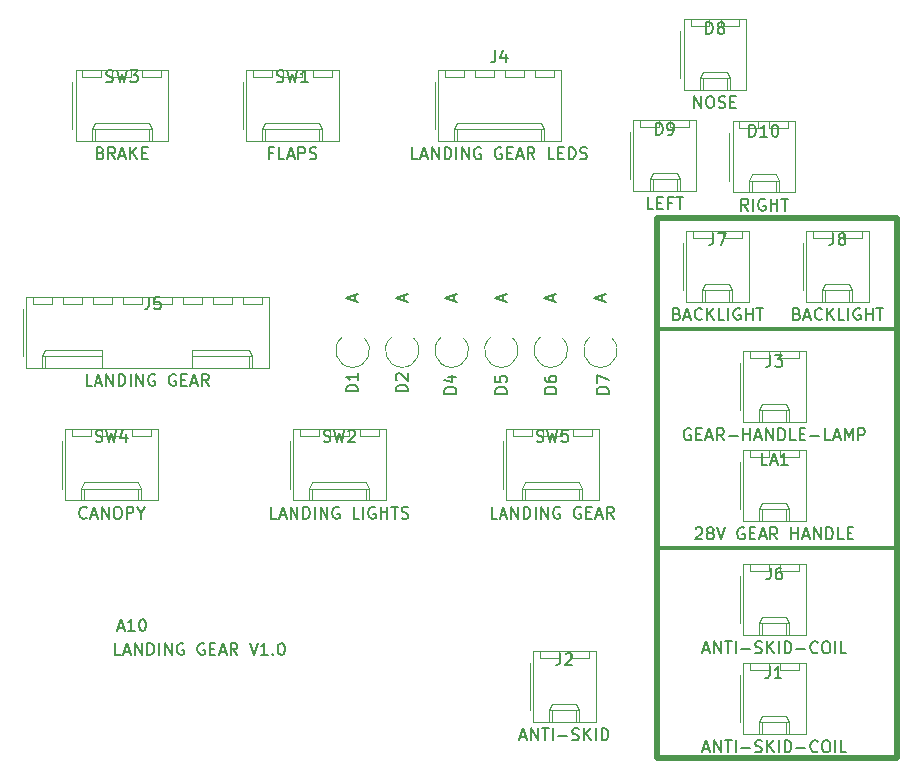
<source format=gbr>
%TF.GenerationSoftware,KiCad,Pcbnew,7.0.9*%
%TF.CreationDate,2023-12-03T16:20:27+10:00*%
%TF.ProjectId,LANDING GEAR,4c414e44-494e-4472-9047-4541522e6b69,rev?*%
%TF.SameCoordinates,Original*%
%TF.FileFunction,Legend,Top*%
%TF.FilePolarity,Positive*%
%FSLAX46Y46*%
G04 Gerber Fmt 4.6, Leading zero omitted, Abs format (unit mm)*
G04 Created by KiCad (PCBNEW 7.0.9) date 2023-12-03 16:20:27*
%MOMM*%
%LPD*%
G01*
G04 APERTURE LIST*
%ADD10C,0.150000*%
%ADD11C,0.300000*%
%ADD12C,0.500000*%
%ADD13C,0.120000*%
G04 APERTURE END LIST*
D10*
X89966969Y-103501819D02*
X89490779Y-103501819D01*
X89490779Y-103501819D02*
X89490779Y-102501819D01*
X90252684Y-103216104D02*
X90728874Y-103216104D01*
X90157446Y-103501819D02*
X90490779Y-102501819D01*
X90490779Y-102501819D02*
X90824112Y-103501819D01*
X91157446Y-103501819D02*
X91157446Y-102501819D01*
X91157446Y-102501819D02*
X91728874Y-103501819D01*
X91728874Y-103501819D02*
X91728874Y-102501819D01*
X92205065Y-103501819D02*
X92205065Y-102501819D01*
X92205065Y-102501819D02*
X92443160Y-102501819D01*
X92443160Y-102501819D02*
X92586017Y-102549438D01*
X92586017Y-102549438D02*
X92681255Y-102644676D01*
X92681255Y-102644676D02*
X92728874Y-102739914D01*
X92728874Y-102739914D02*
X92776493Y-102930390D01*
X92776493Y-102930390D02*
X92776493Y-103073247D01*
X92776493Y-103073247D02*
X92728874Y-103263723D01*
X92728874Y-103263723D02*
X92681255Y-103358961D01*
X92681255Y-103358961D02*
X92586017Y-103454200D01*
X92586017Y-103454200D02*
X92443160Y-103501819D01*
X92443160Y-103501819D02*
X92205065Y-103501819D01*
X93205065Y-103501819D02*
X93205065Y-102501819D01*
X93681255Y-103501819D02*
X93681255Y-102501819D01*
X93681255Y-102501819D02*
X94252683Y-103501819D01*
X94252683Y-103501819D02*
X94252683Y-102501819D01*
X95252683Y-102549438D02*
X95157445Y-102501819D01*
X95157445Y-102501819D02*
X95014588Y-102501819D01*
X95014588Y-102501819D02*
X94871731Y-102549438D01*
X94871731Y-102549438D02*
X94776493Y-102644676D01*
X94776493Y-102644676D02*
X94728874Y-102739914D01*
X94728874Y-102739914D02*
X94681255Y-102930390D01*
X94681255Y-102930390D02*
X94681255Y-103073247D01*
X94681255Y-103073247D02*
X94728874Y-103263723D01*
X94728874Y-103263723D02*
X94776493Y-103358961D01*
X94776493Y-103358961D02*
X94871731Y-103454200D01*
X94871731Y-103454200D02*
X95014588Y-103501819D01*
X95014588Y-103501819D02*
X95109826Y-103501819D01*
X95109826Y-103501819D02*
X95252683Y-103454200D01*
X95252683Y-103454200D02*
X95300302Y-103406580D01*
X95300302Y-103406580D02*
X95300302Y-103073247D01*
X95300302Y-103073247D02*
X95109826Y-103073247D01*
X97014588Y-102549438D02*
X96919350Y-102501819D01*
X96919350Y-102501819D02*
X96776493Y-102501819D01*
X96776493Y-102501819D02*
X96633636Y-102549438D01*
X96633636Y-102549438D02*
X96538398Y-102644676D01*
X96538398Y-102644676D02*
X96490779Y-102739914D01*
X96490779Y-102739914D02*
X96443160Y-102930390D01*
X96443160Y-102930390D02*
X96443160Y-103073247D01*
X96443160Y-103073247D02*
X96490779Y-103263723D01*
X96490779Y-103263723D02*
X96538398Y-103358961D01*
X96538398Y-103358961D02*
X96633636Y-103454200D01*
X96633636Y-103454200D02*
X96776493Y-103501819D01*
X96776493Y-103501819D02*
X96871731Y-103501819D01*
X96871731Y-103501819D02*
X97014588Y-103454200D01*
X97014588Y-103454200D02*
X97062207Y-103406580D01*
X97062207Y-103406580D02*
X97062207Y-103073247D01*
X97062207Y-103073247D02*
X96871731Y-103073247D01*
X97490779Y-102978009D02*
X97824112Y-102978009D01*
X97966969Y-103501819D02*
X97490779Y-103501819D01*
X97490779Y-103501819D02*
X97490779Y-102501819D01*
X97490779Y-102501819D02*
X97966969Y-102501819D01*
X98347922Y-103216104D02*
X98824112Y-103216104D01*
X98252684Y-103501819D02*
X98586017Y-102501819D01*
X98586017Y-102501819D02*
X98919350Y-103501819D01*
X99824112Y-103501819D02*
X99490779Y-103025628D01*
X99252684Y-103501819D02*
X99252684Y-102501819D01*
X99252684Y-102501819D02*
X99633636Y-102501819D01*
X99633636Y-102501819D02*
X99728874Y-102549438D01*
X99728874Y-102549438D02*
X99776493Y-102597057D01*
X99776493Y-102597057D02*
X99824112Y-102692295D01*
X99824112Y-102692295D02*
X99824112Y-102835152D01*
X99824112Y-102835152D02*
X99776493Y-102930390D01*
X99776493Y-102930390D02*
X99728874Y-102978009D01*
X99728874Y-102978009D02*
X99633636Y-103025628D01*
X99633636Y-103025628D02*
X99252684Y-103025628D01*
X100871732Y-102501819D02*
X101205065Y-103501819D01*
X101205065Y-103501819D02*
X101538398Y-102501819D01*
X102395541Y-103501819D02*
X101824113Y-103501819D01*
X102109827Y-103501819D02*
X102109827Y-102501819D01*
X102109827Y-102501819D02*
X102014589Y-102644676D01*
X102014589Y-102644676D02*
X101919351Y-102739914D01*
X101919351Y-102739914D02*
X101824113Y-102787533D01*
X102824113Y-103406580D02*
X102871732Y-103454200D01*
X102871732Y-103454200D02*
X102824113Y-103501819D01*
X102824113Y-103501819D02*
X102776494Y-103454200D01*
X102776494Y-103454200D02*
X102824113Y-103406580D01*
X102824113Y-103406580D02*
X102824113Y-103501819D01*
X103490779Y-102501819D02*
X103586017Y-102501819D01*
X103586017Y-102501819D02*
X103681255Y-102549438D01*
X103681255Y-102549438D02*
X103728874Y-102597057D01*
X103728874Y-102597057D02*
X103776493Y-102692295D01*
X103776493Y-102692295D02*
X103824112Y-102882771D01*
X103824112Y-102882771D02*
X103824112Y-103120866D01*
X103824112Y-103120866D02*
X103776493Y-103311342D01*
X103776493Y-103311342D02*
X103728874Y-103406580D01*
X103728874Y-103406580D02*
X103681255Y-103454200D01*
X103681255Y-103454200D02*
X103586017Y-103501819D01*
X103586017Y-103501819D02*
X103490779Y-103501819D01*
X103490779Y-103501819D02*
X103395541Y-103454200D01*
X103395541Y-103454200D02*
X103347922Y-103406580D01*
X103347922Y-103406580D02*
X103300303Y-103311342D01*
X103300303Y-103311342D02*
X103252684Y-103120866D01*
X103252684Y-103120866D02*
X103252684Y-102882771D01*
X103252684Y-102882771D02*
X103300303Y-102692295D01*
X103300303Y-102692295D02*
X103347922Y-102597057D01*
X103347922Y-102597057D02*
X103395541Y-102549438D01*
X103395541Y-102549438D02*
X103490779Y-102501819D01*
X89697160Y-101184104D02*
X90173350Y-101184104D01*
X89601922Y-101469819D02*
X89935255Y-100469819D01*
X89935255Y-100469819D02*
X90268588Y-101469819D01*
X91125731Y-101469819D02*
X90554303Y-101469819D01*
X90840017Y-101469819D02*
X90840017Y-100469819D01*
X90840017Y-100469819D02*
X90744779Y-100612676D01*
X90744779Y-100612676D02*
X90649541Y-100707914D01*
X90649541Y-100707914D02*
X90554303Y-100755533D01*
X91744779Y-100469819D02*
X91840017Y-100469819D01*
X91840017Y-100469819D02*
X91935255Y-100517438D01*
X91935255Y-100517438D02*
X91982874Y-100565057D01*
X91982874Y-100565057D02*
X92030493Y-100660295D01*
X92030493Y-100660295D02*
X92078112Y-100850771D01*
X92078112Y-100850771D02*
X92078112Y-101088866D01*
X92078112Y-101088866D02*
X92030493Y-101279342D01*
X92030493Y-101279342D02*
X91982874Y-101374580D01*
X91982874Y-101374580D02*
X91935255Y-101422200D01*
X91935255Y-101422200D02*
X91840017Y-101469819D01*
X91840017Y-101469819D02*
X91744779Y-101469819D01*
X91744779Y-101469819D02*
X91649541Y-101422200D01*
X91649541Y-101422200D02*
X91601922Y-101374580D01*
X91601922Y-101374580D02*
X91554303Y-101279342D01*
X91554303Y-101279342D02*
X91506684Y-101088866D01*
X91506684Y-101088866D02*
X91506684Y-100850771D01*
X91506684Y-100850771D02*
X91554303Y-100660295D01*
X91554303Y-100660295D02*
X91601922Y-100565057D01*
X91601922Y-100565057D02*
X91649541Y-100517438D01*
X91649541Y-100517438D02*
X91744779Y-100469819D01*
D11*
X155702000Y-75946000D02*
X135382000Y-75946000D01*
X155702000Y-94488000D02*
X135382000Y-94488000D01*
D12*
X135382000Y-66548000D02*
X155702000Y-66548000D01*
X155702000Y-112268000D01*
X135382000Y-112268000D01*
X135382000Y-66548000D01*
D10*
X150288666Y-67780819D02*
X150288666Y-68495104D01*
X150288666Y-68495104D02*
X150241047Y-68637961D01*
X150241047Y-68637961D02*
X150145809Y-68733200D01*
X150145809Y-68733200D02*
X150002952Y-68780819D01*
X150002952Y-68780819D02*
X149907714Y-68780819D01*
X150907714Y-68209390D02*
X150812476Y-68161771D01*
X150812476Y-68161771D02*
X150764857Y-68114152D01*
X150764857Y-68114152D02*
X150717238Y-68018914D01*
X150717238Y-68018914D02*
X150717238Y-67971295D01*
X150717238Y-67971295D02*
X150764857Y-67876057D01*
X150764857Y-67876057D02*
X150812476Y-67828438D01*
X150812476Y-67828438D02*
X150907714Y-67780819D01*
X150907714Y-67780819D02*
X151098190Y-67780819D01*
X151098190Y-67780819D02*
X151193428Y-67828438D01*
X151193428Y-67828438D02*
X151241047Y-67876057D01*
X151241047Y-67876057D02*
X151288666Y-67971295D01*
X151288666Y-67971295D02*
X151288666Y-68018914D01*
X151288666Y-68018914D02*
X151241047Y-68114152D01*
X151241047Y-68114152D02*
X151193428Y-68161771D01*
X151193428Y-68161771D02*
X151098190Y-68209390D01*
X151098190Y-68209390D02*
X150907714Y-68209390D01*
X150907714Y-68209390D02*
X150812476Y-68257009D01*
X150812476Y-68257009D02*
X150764857Y-68304628D01*
X150764857Y-68304628D02*
X150717238Y-68399866D01*
X150717238Y-68399866D02*
X150717238Y-68590342D01*
X150717238Y-68590342D02*
X150764857Y-68685580D01*
X150764857Y-68685580D02*
X150812476Y-68733200D01*
X150812476Y-68733200D02*
X150907714Y-68780819D01*
X150907714Y-68780819D02*
X151098190Y-68780819D01*
X151098190Y-68780819D02*
X151193428Y-68733200D01*
X151193428Y-68733200D02*
X151241047Y-68685580D01*
X151241047Y-68685580D02*
X151288666Y-68590342D01*
X151288666Y-68590342D02*
X151288666Y-68399866D01*
X151288666Y-68399866D02*
X151241047Y-68304628D01*
X151241047Y-68304628D02*
X151193428Y-68257009D01*
X151193428Y-68257009D02*
X151098190Y-68209390D01*
X147217238Y-74623009D02*
X147360095Y-74670628D01*
X147360095Y-74670628D02*
X147407714Y-74718247D01*
X147407714Y-74718247D02*
X147455333Y-74813485D01*
X147455333Y-74813485D02*
X147455333Y-74956342D01*
X147455333Y-74956342D02*
X147407714Y-75051580D01*
X147407714Y-75051580D02*
X147360095Y-75099200D01*
X147360095Y-75099200D02*
X147264857Y-75146819D01*
X147264857Y-75146819D02*
X146883905Y-75146819D01*
X146883905Y-75146819D02*
X146883905Y-74146819D01*
X146883905Y-74146819D02*
X147217238Y-74146819D01*
X147217238Y-74146819D02*
X147312476Y-74194438D01*
X147312476Y-74194438D02*
X147360095Y-74242057D01*
X147360095Y-74242057D02*
X147407714Y-74337295D01*
X147407714Y-74337295D02*
X147407714Y-74432533D01*
X147407714Y-74432533D02*
X147360095Y-74527771D01*
X147360095Y-74527771D02*
X147312476Y-74575390D01*
X147312476Y-74575390D02*
X147217238Y-74623009D01*
X147217238Y-74623009D02*
X146883905Y-74623009D01*
X147836286Y-74861104D02*
X148312476Y-74861104D01*
X147741048Y-75146819D02*
X148074381Y-74146819D01*
X148074381Y-74146819D02*
X148407714Y-75146819D01*
X149312476Y-75051580D02*
X149264857Y-75099200D01*
X149264857Y-75099200D02*
X149122000Y-75146819D01*
X149122000Y-75146819D02*
X149026762Y-75146819D01*
X149026762Y-75146819D02*
X148883905Y-75099200D01*
X148883905Y-75099200D02*
X148788667Y-75003961D01*
X148788667Y-75003961D02*
X148741048Y-74908723D01*
X148741048Y-74908723D02*
X148693429Y-74718247D01*
X148693429Y-74718247D02*
X148693429Y-74575390D01*
X148693429Y-74575390D02*
X148741048Y-74384914D01*
X148741048Y-74384914D02*
X148788667Y-74289676D01*
X148788667Y-74289676D02*
X148883905Y-74194438D01*
X148883905Y-74194438D02*
X149026762Y-74146819D01*
X149026762Y-74146819D02*
X149122000Y-74146819D01*
X149122000Y-74146819D02*
X149264857Y-74194438D01*
X149264857Y-74194438D02*
X149312476Y-74242057D01*
X149741048Y-75146819D02*
X149741048Y-74146819D01*
X150312476Y-75146819D02*
X149883905Y-74575390D01*
X150312476Y-74146819D02*
X149741048Y-74718247D01*
X151217238Y-75146819D02*
X150741048Y-75146819D01*
X150741048Y-75146819D02*
X150741048Y-74146819D01*
X151550572Y-75146819D02*
X151550572Y-74146819D01*
X152550571Y-74194438D02*
X152455333Y-74146819D01*
X152455333Y-74146819D02*
X152312476Y-74146819D01*
X152312476Y-74146819D02*
X152169619Y-74194438D01*
X152169619Y-74194438D02*
X152074381Y-74289676D01*
X152074381Y-74289676D02*
X152026762Y-74384914D01*
X152026762Y-74384914D02*
X151979143Y-74575390D01*
X151979143Y-74575390D02*
X151979143Y-74718247D01*
X151979143Y-74718247D02*
X152026762Y-74908723D01*
X152026762Y-74908723D02*
X152074381Y-75003961D01*
X152074381Y-75003961D02*
X152169619Y-75099200D01*
X152169619Y-75099200D02*
X152312476Y-75146819D01*
X152312476Y-75146819D02*
X152407714Y-75146819D01*
X152407714Y-75146819D02*
X152550571Y-75099200D01*
X152550571Y-75099200D02*
X152598190Y-75051580D01*
X152598190Y-75051580D02*
X152598190Y-74718247D01*
X152598190Y-74718247D02*
X152407714Y-74718247D01*
X153026762Y-75146819D02*
X153026762Y-74146819D01*
X153026762Y-74623009D02*
X153598190Y-74623009D01*
X153598190Y-75146819D02*
X153598190Y-74146819D01*
X153931524Y-74146819D02*
X154502952Y-74146819D01*
X154217238Y-75146819D02*
X154217238Y-74146819D01*
X140128666Y-67780819D02*
X140128666Y-68495104D01*
X140128666Y-68495104D02*
X140081047Y-68637961D01*
X140081047Y-68637961D02*
X139985809Y-68733200D01*
X139985809Y-68733200D02*
X139842952Y-68780819D01*
X139842952Y-68780819D02*
X139747714Y-68780819D01*
X140509619Y-67780819D02*
X141176285Y-67780819D01*
X141176285Y-67780819D02*
X140747714Y-68780819D01*
X137057238Y-74623009D02*
X137200095Y-74670628D01*
X137200095Y-74670628D02*
X137247714Y-74718247D01*
X137247714Y-74718247D02*
X137295333Y-74813485D01*
X137295333Y-74813485D02*
X137295333Y-74956342D01*
X137295333Y-74956342D02*
X137247714Y-75051580D01*
X137247714Y-75051580D02*
X137200095Y-75099200D01*
X137200095Y-75099200D02*
X137104857Y-75146819D01*
X137104857Y-75146819D02*
X136723905Y-75146819D01*
X136723905Y-75146819D02*
X136723905Y-74146819D01*
X136723905Y-74146819D02*
X137057238Y-74146819D01*
X137057238Y-74146819D02*
X137152476Y-74194438D01*
X137152476Y-74194438D02*
X137200095Y-74242057D01*
X137200095Y-74242057D02*
X137247714Y-74337295D01*
X137247714Y-74337295D02*
X137247714Y-74432533D01*
X137247714Y-74432533D02*
X137200095Y-74527771D01*
X137200095Y-74527771D02*
X137152476Y-74575390D01*
X137152476Y-74575390D02*
X137057238Y-74623009D01*
X137057238Y-74623009D02*
X136723905Y-74623009D01*
X137676286Y-74861104D02*
X138152476Y-74861104D01*
X137581048Y-75146819D02*
X137914381Y-74146819D01*
X137914381Y-74146819D02*
X138247714Y-75146819D01*
X139152476Y-75051580D02*
X139104857Y-75099200D01*
X139104857Y-75099200D02*
X138962000Y-75146819D01*
X138962000Y-75146819D02*
X138866762Y-75146819D01*
X138866762Y-75146819D02*
X138723905Y-75099200D01*
X138723905Y-75099200D02*
X138628667Y-75003961D01*
X138628667Y-75003961D02*
X138581048Y-74908723D01*
X138581048Y-74908723D02*
X138533429Y-74718247D01*
X138533429Y-74718247D02*
X138533429Y-74575390D01*
X138533429Y-74575390D02*
X138581048Y-74384914D01*
X138581048Y-74384914D02*
X138628667Y-74289676D01*
X138628667Y-74289676D02*
X138723905Y-74194438D01*
X138723905Y-74194438D02*
X138866762Y-74146819D01*
X138866762Y-74146819D02*
X138962000Y-74146819D01*
X138962000Y-74146819D02*
X139104857Y-74194438D01*
X139104857Y-74194438D02*
X139152476Y-74242057D01*
X139581048Y-75146819D02*
X139581048Y-74146819D01*
X140152476Y-75146819D02*
X139723905Y-74575390D01*
X140152476Y-74146819D02*
X139581048Y-74718247D01*
X141057238Y-75146819D02*
X140581048Y-75146819D01*
X140581048Y-75146819D02*
X140581048Y-74146819D01*
X141390572Y-75146819D02*
X141390572Y-74146819D01*
X142390571Y-74194438D02*
X142295333Y-74146819D01*
X142295333Y-74146819D02*
X142152476Y-74146819D01*
X142152476Y-74146819D02*
X142009619Y-74194438D01*
X142009619Y-74194438D02*
X141914381Y-74289676D01*
X141914381Y-74289676D02*
X141866762Y-74384914D01*
X141866762Y-74384914D02*
X141819143Y-74575390D01*
X141819143Y-74575390D02*
X141819143Y-74718247D01*
X141819143Y-74718247D02*
X141866762Y-74908723D01*
X141866762Y-74908723D02*
X141914381Y-75003961D01*
X141914381Y-75003961D02*
X142009619Y-75099200D01*
X142009619Y-75099200D02*
X142152476Y-75146819D01*
X142152476Y-75146819D02*
X142247714Y-75146819D01*
X142247714Y-75146819D02*
X142390571Y-75099200D01*
X142390571Y-75099200D02*
X142438190Y-75051580D01*
X142438190Y-75051580D02*
X142438190Y-74718247D01*
X142438190Y-74718247D02*
X142247714Y-74718247D01*
X142866762Y-75146819D02*
X142866762Y-74146819D01*
X142866762Y-74623009D02*
X143438190Y-74623009D01*
X143438190Y-75146819D02*
X143438190Y-74146819D01*
X143771524Y-74146819D02*
X144342952Y-74146819D01*
X144057238Y-75146819D02*
X144057238Y-74146819D01*
X144964666Y-96100819D02*
X144964666Y-96815104D01*
X144964666Y-96815104D02*
X144917047Y-96957961D01*
X144917047Y-96957961D02*
X144821809Y-97053200D01*
X144821809Y-97053200D02*
X144678952Y-97100819D01*
X144678952Y-97100819D02*
X144583714Y-97100819D01*
X145869428Y-96100819D02*
X145678952Y-96100819D01*
X145678952Y-96100819D02*
X145583714Y-96148438D01*
X145583714Y-96148438D02*
X145536095Y-96196057D01*
X145536095Y-96196057D02*
X145440857Y-96338914D01*
X145440857Y-96338914D02*
X145393238Y-96529390D01*
X145393238Y-96529390D02*
X145393238Y-96910342D01*
X145393238Y-96910342D02*
X145440857Y-97005580D01*
X145440857Y-97005580D02*
X145488476Y-97053200D01*
X145488476Y-97053200D02*
X145583714Y-97100819D01*
X145583714Y-97100819D02*
X145774190Y-97100819D01*
X145774190Y-97100819D02*
X145869428Y-97053200D01*
X145869428Y-97053200D02*
X145917047Y-97005580D01*
X145917047Y-97005580D02*
X145964666Y-96910342D01*
X145964666Y-96910342D02*
X145964666Y-96672247D01*
X145964666Y-96672247D02*
X145917047Y-96577009D01*
X145917047Y-96577009D02*
X145869428Y-96529390D01*
X145869428Y-96529390D02*
X145774190Y-96481771D01*
X145774190Y-96481771D02*
X145583714Y-96481771D01*
X145583714Y-96481771D02*
X145488476Y-96529390D01*
X145488476Y-96529390D02*
X145440857Y-96577009D01*
X145440857Y-96577009D02*
X145393238Y-96672247D01*
X139288001Y-103075104D02*
X139764191Y-103075104D01*
X139192763Y-103360819D02*
X139526096Y-102360819D01*
X139526096Y-102360819D02*
X139859429Y-103360819D01*
X140192763Y-103360819D02*
X140192763Y-102360819D01*
X140192763Y-102360819D02*
X140764191Y-103360819D01*
X140764191Y-103360819D02*
X140764191Y-102360819D01*
X141097525Y-102360819D02*
X141668953Y-102360819D01*
X141383239Y-103360819D02*
X141383239Y-102360819D01*
X142002287Y-103360819D02*
X142002287Y-102360819D01*
X142478477Y-102979866D02*
X143240382Y-102979866D01*
X143668953Y-103313200D02*
X143811810Y-103360819D01*
X143811810Y-103360819D02*
X144049905Y-103360819D01*
X144049905Y-103360819D02*
X144145143Y-103313200D01*
X144145143Y-103313200D02*
X144192762Y-103265580D01*
X144192762Y-103265580D02*
X144240381Y-103170342D01*
X144240381Y-103170342D02*
X144240381Y-103075104D01*
X144240381Y-103075104D02*
X144192762Y-102979866D01*
X144192762Y-102979866D02*
X144145143Y-102932247D01*
X144145143Y-102932247D02*
X144049905Y-102884628D01*
X144049905Y-102884628D02*
X143859429Y-102837009D01*
X143859429Y-102837009D02*
X143764191Y-102789390D01*
X143764191Y-102789390D02*
X143716572Y-102741771D01*
X143716572Y-102741771D02*
X143668953Y-102646533D01*
X143668953Y-102646533D02*
X143668953Y-102551295D01*
X143668953Y-102551295D02*
X143716572Y-102456057D01*
X143716572Y-102456057D02*
X143764191Y-102408438D01*
X143764191Y-102408438D02*
X143859429Y-102360819D01*
X143859429Y-102360819D02*
X144097524Y-102360819D01*
X144097524Y-102360819D02*
X144240381Y-102408438D01*
X144668953Y-103360819D02*
X144668953Y-102360819D01*
X145240381Y-103360819D02*
X144811810Y-102789390D01*
X145240381Y-102360819D02*
X144668953Y-102932247D01*
X145668953Y-103360819D02*
X145668953Y-102360819D01*
X146145143Y-103360819D02*
X146145143Y-102360819D01*
X146145143Y-102360819D02*
X146383238Y-102360819D01*
X146383238Y-102360819D02*
X146526095Y-102408438D01*
X146526095Y-102408438D02*
X146621333Y-102503676D01*
X146621333Y-102503676D02*
X146668952Y-102598914D01*
X146668952Y-102598914D02*
X146716571Y-102789390D01*
X146716571Y-102789390D02*
X146716571Y-102932247D01*
X146716571Y-102932247D02*
X146668952Y-103122723D01*
X146668952Y-103122723D02*
X146621333Y-103217961D01*
X146621333Y-103217961D02*
X146526095Y-103313200D01*
X146526095Y-103313200D02*
X146383238Y-103360819D01*
X146383238Y-103360819D02*
X146145143Y-103360819D01*
X147145143Y-102979866D02*
X147907048Y-102979866D01*
X148954666Y-103265580D02*
X148907047Y-103313200D01*
X148907047Y-103313200D02*
X148764190Y-103360819D01*
X148764190Y-103360819D02*
X148668952Y-103360819D01*
X148668952Y-103360819D02*
X148526095Y-103313200D01*
X148526095Y-103313200D02*
X148430857Y-103217961D01*
X148430857Y-103217961D02*
X148383238Y-103122723D01*
X148383238Y-103122723D02*
X148335619Y-102932247D01*
X148335619Y-102932247D02*
X148335619Y-102789390D01*
X148335619Y-102789390D02*
X148383238Y-102598914D01*
X148383238Y-102598914D02*
X148430857Y-102503676D01*
X148430857Y-102503676D02*
X148526095Y-102408438D01*
X148526095Y-102408438D02*
X148668952Y-102360819D01*
X148668952Y-102360819D02*
X148764190Y-102360819D01*
X148764190Y-102360819D02*
X148907047Y-102408438D01*
X148907047Y-102408438D02*
X148954666Y-102456057D01*
X149573714Y-102360819D02*
X149764190Y-102360819D01*
X149764190Y-102360819D02*
X149859428Y-102408438D01*
X149859428Y-102408438D02*
X149954666Y-102503676D01*
X149954666Y-102503676D02*
X150002285Y-102694152D01*
X150002285Y-102694152D02*
X150002285Y-103027485D01*
X150002285Y-103027485D02*
X149954666Y-103217961D01*
X149954666Y-103217961D02*
X149859428Y-103313200D01*
X149859428Y-103313200D02*
X149764190Y-103360819D01*
X149764190Y-103360819D02*
X149573714Y-103360819D01*
X149573714Y-103360819D02*
X149478476Y-103313200D01*
X149478476Y-103313200D02*
X149383238Y-103217961D01*
X149383238Y-103217961D02*
X149335619Y-103027485D01*
X149335619Y-103027485D02*
X149335619Y-102694152D01*
X149335619Y-102694152D02*
X149383238Y-102503676D01*
X149383238Y-102503676D02*
X149478476Y-102408438D01*
X149478476Y-102408438D02*
X149573714Y-102360819D01*
X150430857Y-103360819D02*
X150430857Y-102360819D01*
X151383237Y-103360819D02*
X150907047Y-103360819D01*
X150907047Y-103360819D02*
X150907047Y-102360819D01*
X92338666Y-73224819D02*
X92338666Y-73939104D01*
X92338666Y-73939104D02*
X92291047Y-74081961D01*
X92291047Y-74081961D02*
X92195809Y-74177200D01*
X92195809Y-74177200D02*
X92052952Y-74224819D01*
X92052952Y-74224819D02*
X91957714Y-74224819D01*
X93291047Y-73224819D02*
X92814857Y-73224819D01*
X92814857Y-73224819D02*
X92767238Y-73701009D01*
X92767238Y-73701009D02*
X92814857Y-73653390D01*
X92814857Y-73653390D02*
X92910095Y-73605771D01*
X92910095Y-73605771D02*
X93148190Y-73605771D01*
X93148190Y-73605771D02*
X93243428Y-73653390D01*
X93243428Y-73653390D02*
X93291047Y-73701009D01*
X93291047Y-73701009D02*
X93338666Y-73796247D01*
X93338666Y-73796247D02*
X93338666Y-74034342D01*
X93338666Y-74034342D02*
X93291047Y-74129580D01*
X93291047Y-74129580D02*
X93243428Y-74177200D01*
X93243428Y-74177200D02*
X93148190Y-74224819D01*
X93148190Y-74224819D02*
X92910095Y-74224819D01*
X92910095Y-74224819D02*
X92814857Y-74177200D01*
X92814857Y-74177200D02*
X92767238Y-74129580D01*
X87535333Y-80734819D02*
X87059143Y-80734819D01*
X87059143Y-80734819D02*
X87059143Y-79734819D01*
X87821048Y-80449104D02*
X88297238Y-80449104D01*
X87725810Y-80734819D02*
X88059143Y-79734819D01*
X88059143Y-79734819D02*
X88392476Y-80734819D01*
X88725810Y-80734819D02*
X88725810Y-79734819D01*
X88725810Y-79734819D02*
X89297238Y-80734819D01*
X89297238Y-80734819D02*
X89297238Y-79734819D01*
X89773429Y-80734819D02*
X89773429Y-79734819D01*
X89773429Y-79734819D02*
X90011524Y-79734819D01*
X90011524Y-79734819D02*
X90154381Y-79782438D01*
X90154381Y-79782438D02*
X90249619Y-79877676D01*
X90249619Y-79877676D02*
X90297238Y-79972914D01*
X90297238Y-79972914D02*
X90344857Y-80163390D01*
X90344857Y-80163390D02*
X90344857Y-80306247D01*
X90344857Y-80306247D02*
X90297238Y-80496723D01*
X90297238Y-80496723D02*
X90249619Y-80591961D01*
X90249619Y-80591961D02*
X90154381Y-80687200D01*
X90154381Y-80687200D02*
X90011524Y-80734819D01*
X90011524Y-80734819D02*
X89773429Y-80734819D01*
X90773429Y-80734819D02*
X90773429Y-79734819D01*
X91249619Y-80734819D02*
X91249619Y-79734819D01*
X91249619Y-79734819D02*
X91821047Y-80734819D01*
X91821047Y-80734819D02*
X91821047Y-79734819D01*
X92821047Y-79782438D02*
X92725809Y-79734819D01*
X92725809Y-79734819D02*
X92582952Y-79734819D01*
X92582952Y-79734819D02*
X92440095Y-79782438D01*
X92440095Y-79782438D02*
X92344857Y-79877676D01*
X92344857Y-79877676D02*
X92297238Y-79972914D01*
X92297238Y-79972914D02*
X92249619Y-80163390D01*
X92249619Y-80163390D02*
X92249619Y-80306247D01*
X92249619Y-80306247D02*
X92297238Y-80496723D01*
X92297238Y-80496723D02*
X92344857Y-80591961D01*
X92344857Y-80591961D02*
X92440095Y-80687200D01*
X92440095Y-80687200D02*
X92582952Y-80734819D01*
X92582952Y-80734819D02*
X92678190Y-80734819D01*
X92678190Y-80734819D02*
X92821047Y-80687200D01*
X92821047Y-80687200D02*
X92868666Y-80639580D01*
X92868666Y-80639580D02*
X92868666Y-80306247D01*
X92868666Y-80306247D02*
X92678190Y-80306247D01*
X94582952Y-79782438D02*
X94487714Y-79734819D01*
X94487714Y-79734819D02*
X94344857Y-79734819D01*
X94344857Y-79734819D02*
X94202000Y-79782438D01*
X94202000Y-79782438D02*
X94106762Y-79877676D01*
X94106762Y-79877676D02*
X94059143Y-79972914D01*
X94059143Y-79972914D02*
X94011524Y-80163390D01*
X94011524Y-80163390D02*
X94011524Y-80306247D01*
X94011524Y-80306247D02*
X94059143Y-80496723D01*
X94059143Y-80496723D02*
X94106762Y-80591961D01*
X94106762Y-80591961D02*
X94202000Y-80687200D01*
X94202000Y-80687200D02*
X94344857Y-80734819D01*
X94344857Y-80734819D02*
X94440095Y-80734819D01*
X94440095Y-80734819D02*
X94582952Y-80687200D01*
X94582952Y-80687200D02*
X94630571Y-80639580D01*
X94630571Y-80639580D02*
X94630571Y-80306247D01*
X94630571Y-80306247D02*
X94440095Y-80306247D01*
X95059143Y-80211009D02*
X95392476Y-80211009D01*
X95535333Y-80734819D02*
X95059143Y-80734819D01*
X95059143Y-80734819D02*
X95059143Y-79734819D01*
X95059143Y-79734819D02*
X95535333Y-79734819D01*
X95916286Y-80449104D02*
X96392476Y-80449104D01*
X95821048Y-80734819D02*
X96154381Y-79734819D01*
X96154381Y-79734819D02*
X96487714Y-80734819D01*
X97392476Y-80734819D02*
X97059143Y-80258628D01*
X96821048Y-80734819D02*
X96821048Y-79734819D01*
X96821048Y-79734819D02*
X97202000Y-79734819D01*
X97202000Y-79734819D02*
X97297238Y-79782438D01*
X97297238Y-79782438D02*
X97344857Y-79830057D01*
X97344857Y-79830057D02*
X97392476Y-79925295D01*
X97392476Y-79925295D02*
X97392476Y-80068152D01*
X97392476Y-80068152D02*
X97344857Y-80163390D01*
X97344857Y-80163390D02*
X97297238Y-80211009D01*
X97297238Y-80211009D02*
X97202000Y-80258628D01*
X97202000Y-80258628D02*
X96821048Y-80258628D01*
X121666666Y-52324819D02*
X121666666Y-53039104D01*
X121666666Y-53039104D02*
X121619047Y-53181961D01*
X121619047Y-53181961D02*
X121523809Y-53277200D01*
X121523809Y-53277200D02*
X121380952Y-53324819D01*
X121380952Y-53324819D02*
X121285714Y-53324819D01*
X122571428Y-52658152D02*
X122571428Y-53324819D01*
X122333333Y-52277200D02*
X122095238Y-52991485D01*
X122095238Y-52991485D02*
X122714285Y-52991485D01*
X115119047Y-61524819D02*
X114642857Y-61524819D01*
X114642857Y-61524819D02*
X114642857Y-60524819D01*
X115404762Y-61239104D02*
X115880952Y-61239104D01*
X115309524Y-61524819D02*
X115642857Y-60524819D01*
X115642857Y-60524819D02*
X115976190Y-61524819D01*
X116309524Y-61524819D02*
X116309524Y-60524819D01*
X116309524Y-60524819D02*
X116880952Y-61524819D01*
X116880952Y-61524819D02*
X116880952Y-60524819D01*
X117357143Y-61524819D02*
X117357143Y-60524819D01*
X117357143Y-60524819D02*
X117595238Y-60524819D01*
X117595238Y-60524819D02*
X117738095Y-60572438D01*
X117738095Y-60572438D02*
X117833333Y-60667676D01*
X117833333Y-60667676D02*
X117880952Y-60762914D01*
X117880952Y-60762914D02*
X117928571Y-60953390D01*
X117928571Y-60953390D02*
X117928571Y-61096247D01*
X117928571Y-61096247D02*
X117880952Y-61286723D01*
X117880952Y-61286723D02*
X117833333Y-61381961D01*
X117833333Y-61381961D02*
X117738095Y-61477200D01*
X117738095Y-61477200D02*
X117595238Y-61524819D01*
X117595238Y-61524819D02*
X117357143Y-61524819D01*
X118357143Y-61524819D02*
X118357143Y-60524819D01*
X118833333Y-61524819D02*
X118833333Y-60524819D01*
X118833333Y-60524819D02*
X119404761Y-61524819D01*
X119404761Y-61524819D02*
X119404761Y-60524819D01*
X120404761Y-60572438D02*
X120309523Y-60524819D01*
X120309523Y-60524819D02*
X120166666Y-60524819D01*
X120166666Y-60524819D02*
X120023809Y-60572438D01*
X120023809Y-60572438D02*
X119928571Y-60667676D01*
X119928571Y-60667676D02*
X119880952Y-60762914D01*
X119880952Y-60762914D02*
X119833333Y-60953390D01*
X119833333Y-60953390D02*
X119833333Y-61096247D01*
X119833333Y-61096247D02*
X119880952Y-61286723D01*
X119880952Y-61286723D02*
X119928571Y-61381961D01*
X119928571Y-61381961D02*
X120023809Y-61477200D01*
X120023809Y-61477200D02*
X120166666Y-61524819D01*
X120166666Y-61524819D02*
X120261904Y-61524819D01*
X120261904Y-61524819D02*
X120404761Y-61477200D01*
X120404761Y-61477200D02*
X120452380Y-61429580D01*
X120452380Y-61429580D02*
X120452380Y-61096247D01*
X120452380Y-61096247D02*
X120261904Y-61096247D01*
X122166666Y-60572438D02*
X122071428Y-60524819D01*
X122071428Y-60524819D02*
X121928571Y-60524819D01*
X121928571Y-60524819D02*
X121785714Y-60572438D01*
X121785714Y-60572438D02*
X121690476Y-60667676D01*
X121690476Y-60667676D02*
X121642857Y-60762914D01*
X121642857Y-60762914D02*
X121595238Y-60953390D01*
X121595238Y-60953390D02*
X121595238Y-61096247D01*
X121595238Y-61096247D02*
X121642857Y-61286723D01*
X121642857Y-61286723D02*
X121690476Y-61381961D01*
X121690476Y-61381961D02*
X121785714Y-61477200D01*
X121785714Y-61477200D02*
X121928571Y-61524819D01*
X121928571Y-61524819D02*
X122023809Y-61524819D01*
X122023809Y-61524819D02*
X122166666Y-61477200D01*
X122166666Y-61477200D02*
X122214285Y-61429580D01*
X122214285Y-61429580D02*
X122214285Y-61096247D01*
X122214285Y-61096247D02*
X122023809Y-61096247D01*
X122642857Y-61001009D02*
X122976190Y-61001009D01*
X123119047Y-61524819D02*
X122642857Y-61524819D01*
X122642857Y-61524819D02*
X122642857Y-60524819D01*
X122642857Y-60524819D02*
X123119047Y-60524819D01*
X123500000Y-61239104D02*
X123976190Y-61239104D01*
X123404762Y-61524819D02*
X123738095Y-60524819D01*
X123738095Y-60524819D02*
X124071428Y-61524819D01*
X124976190Y-61524819D02*
X124642857Y-61048628D01*
X124404762Y-61524819D02*
X124404762Y-60524819D01*
X124404762Y-60524819D02*
X124785714Y-60524819D01*
X124785714Y-60524819D02*
X124880952Y-60572438D01*
X124880952Y-60572438D02*
X124928571Y-60620057D01*
X124928571Y-60620057D02*
X124976190Y-60715295D01*
X124976190Y-60715295D02*
X124976190Y-60858152D01*
X124976190Y-60858152D02*
X124928571Y-60953390D01*
X124928571Y-60953390D02*
X124880952Y-61001009D01*
X124880952Y-61001009D02*
X124785714Y-61048628D01*
X124785714Y-61048628D02*
X124404762Y-61048628D01*
X126642857Y-61524819D02*
X126166667Y-61524819D01*
X126166667Y-61524819D02*
X126166667Y-60524819D01*
X126976191Y-61001009D02*
X127309524Y-61001009D01*
X127452381Y-61524819D02*
X126976191Y-61524819D01*
X126976191Y-61524819D02*
X126976191Y-60524819D01*
X126976191Y-60524819D02*
X127452381Y-60524819D01*
X127880953Y-61524819D02*
X127880953Y-60524819D01*
X127880953Y-60524819D02*
X128119048Y-60524819D01*
X128119048Y-60524819D02*
X128261905Y-60572438D01*
X128261905Y-60572438D02*
X128357143Y-60667676D01*
X128357143Y-60667676D02*
X128404762Y-60762914D01*
X128404762Y-60762914D02*
X128452381Y-60953390D01*
X128452381Y-60953390D02*
X128452381Y-61096247D01*
X128452381Y-61096247D02*
X128404762Y-61286723D01*
X128404762Y-61286723D02*
X128357143Y-61381961D01*
X128357143Y-61381961D02*
X128261905Y-61477200D01*
X128261905Y-61477200D02*
X128119048Y-61524819D01*
X128119048Y-61524819D02*
X127880953Y-61524819D01*
X128833334Y-61477200D02*
X128976191Y-61524819D01*
X128976191Y-61524819D02*
X129214286Y-61524819D01*
X129214286Y-61524819D02*
X129309524Y-61477200D01*
X129309524Y-61477200D02*
X129357143Y-61429580D01*
X129357143Y-61429580D02*
X129404762Y-61334342D01*
X129404762Y-61334342D02*
X129404762Y-61239104D01*
X129404762Y-61239104D02*
X129357143Y-61143866D01*
X129357143Y-61143866D02*
X129309524Y-61096247D01*
X129309524Y-61096247D02*
X129214286Y-61048628D01*
X129214286Y-61048628D02*
X129023810Y-61001009D01*
X129023810Y-61001009D02*
X128928572Y-60953390D01*
X128928572Y-60953390D02*
X128880953Y-60905771D01*
X128880953Y-60905771D02*
X128833334Y-60810533D01*
X128833334Y-60810533D02*
X128833334Y-60715295D01*
X128833334Y-60715295D02*
X128880953Y-60620057D01*
X128880953Y-60620057D02*
X128928572Y-60572438D01*
X128928572Y-60572438D02*
X129023810Y-60524819D01*
X129023810Y-60524819D02*
X129261905Y-60524819D01*
X129261905Y-60524819D02*
X129404762Y-60572438D01*
X144944666Y-78096819D02*
X144944666Y-78811104D01*
X144944666Y-78811104D02*
X144897047Y-78953961D01*
X144897047Y-78953961D02*
X144801809Y-79049200D01*
X144801809Y-79049200D02*
X144658952Y-79096819D01*
X144658952Y-79096819D02*
X144563714Y-79096819D01*
X145325619Y-78096819D02*
X145944666Y-78096819D01*
X145944666Y-78096819D02*
X145611333Y-78477771D01*
X145611333Y-78477771D02*
X145754190Y-78477771D01*
X145754190Y-78477771D02*
X145849428Y-78525390D01*
X145849428Y-78525390D02*
X145897047Y-78573009D01*
X145897047Y-78573009D02*
X145944666Y-78668247D01*
X145944666Y-78668247D02*
X145944666Y-78906342D01*
X145944666Y-78906342D02*
X145897047Y-79001580D01*
X145897047Y-79001580D02*
X145849428Y-79049200D01*
X145849428Y-79049200D02*
X145754190Y-79096819D01*
X145754190Y-79096819D02*
X145468476Y-79096819D01*
X145468476Y-79096819D02*
X145373238Y-79049200D01*
X145373238Y-79049200D02*
X145325619Y-79001580D01*
X138192761Y-84374438D02*
X138097523Y-84326819D01*
X138097523Y-84326819D02*
X137954666Y-84326819D01*
X137954666Y-84326819D02*
X137811809Y-84374438D01*
X137811809Y-84374438D02*
X137716571Y-84469676D01*
X137716571Y-84469676D02*
X137668952Y-84564914D01*
X137668952Y-84564914D02*
X137621333Y-84755390D01*
X137621333Y-84755390D02*
X137621333Y-84898247D01*
X137621333Y-84898247D02*
X137668952Y-85088723D01*
X137668952Y-85088723D02*
X137716571Y-85183961D01*
X137716571Y-85183961D02*
X137811809Y-85279200D01*
X137811809Y-85279200D02*
X137954666Y-85326819D01*
X137954666Y-85326819D02*
X138049904Y-85326819D01*
X138049904Y-85326819D02*
X138192761Y-85279200D01*
X138192761Y-85279200D02*
X138240380Y-85231580D01*
X138240380Y-85231580D02*
X138240380Y-84898247D01*
X138240380Y-84898247D02*
X138049904Y-84898247D01*
X138668952Y-84803009D02*
X139002285Y-84803009D01*
X139145142Y-85326819D02*
X138668952Y-85326819D01*
X138668952Y-85326819D02*
X138668952Y-84326819D01*
X138668952Y-84326819D02*
X139145142Y-84326819D01*
X139526095Y-85041104D02*
X140002285Y-85041104D01*
X139430857Y-85326819D02*
X139764190Y-84326819D01*
X139764190Y-84326819D02*
X140097523Y-85326819D01*
X141002285Y-85326819D02*
X140668952Y-84850628D01*
X140430857Y-85326819D02*
X140430857Y-84326819D01*
X140430857Y-84326819D02*
X140811809Y-84326819D01*
X140811809Y-84326819D02*
X140907047Y-84374438D01*
X140907047Y-84374438D02*
X140954666Y-84422057D01*
X140954666Y-84422057D02*
X141002285Y-84517295D01*
X141002285Y-84517295D02*
X141002285Y-84660152D01*
X141002285Y-84660152D02*
X140954666Y-84755390D01*
X140954666Y-84755390D02*
X140907047Y-84803009D01*
X140907047Y-84803009D02*
X140811809Y-84850628D01*
X140811809Y-84850628D02*
X140430857Y-84850628D01*
X141430857Y-84945866D02*
X142192762Y-84945866D01*
X142668952Y-85326819D02*
X142668952Y-84326819D01*
X142668952Y-84803009D02*
X143240380Y-84803009D01*
X143240380Y-85326819D02*
X143240380Y-84326819D01*
X143668952Y-85041104D02*
X144145142Y-85041104D01*
X143573714Y-85326819D02*
X143907047Y-84326819D01*
X143907047Y-84326819D02*
X144240380Y-85326819D01*
X144573714Y-85326819D02*
X144573714Y-84326819D01*
X144573714Y-84326819D02*
X145145142Y-85326819D01*
X145145142Y-85326819D02*
X145145142Y-84326819D01*
X145621333Y-85326819D02*
X145621333Y-84326819D01*
X145621333Y-84326819D02*
X145859428Y-84326819D01*
X145859428Y-84326819D02*
X146002285Y-84374438D01*
X146002285Y-84374438D02*
X146097523Y-84469676D01*
X146097523Y-84469676D02*
X146145142Y-84564914D01*
X146145142Y-84564914D02*
X146192761Y-84755390D01*
X146192761Y-84755390D02*
X146192761Y-84898247D01*
X146192761Y-84898247D02*
X146145142Y-85088723D01*
X146145142Y-85088723D02*
X146097523Y-85183961D01*
X146097523Y-85183961D02*
X146002285Y-85279200D01*
X146002285Y-85279200D02*
X145859428Y-85326819D01*
X145859428Y-85326819D02*
X145621333Y-85326819D01*
X147097523Y-85326819D02*
X146621333Y-85326819D01*
X146621333Y-85326819D02*
X146621333Y-84326819D01*
X147430857Y-84803009D02*
X147764190Y-84803009D01*
X147907047Y-85326819D02*
X147430857Y-85326819D01*
X147430857Y-85326819D02*
X147430857Y-84326819D01*
X147430857Y-84326819D02*
X147907047Y-84326819D01*
X148335619Y-84945866D02*
X149097524Y-84945866D01*
X150049904Y-85326819D02*
X149573714Y-85326819D01*
X149573714Y-85326819D02*
X149573714Y-84326819D01*
X150335619Y-85041104D02*
X150811809Y-85041104D01*
X150240381Y-85326819D02*
X150573714Y-84326819D01*
X150573714Y-84326819D02*
X150907047Y-85326819D01*
X151240381Y-85326819D02*
X151240381Y-84326819D01*
X151240381Y-84326819D02*
X151573714Y-85041104D01*
X151573714Y-85041104D02*
X151907047Y-84326819D01*
X151907047Y-84326819D02*
X151907047Y-85326819D01*
X152383238Y-85326819D02*
X152383238Y-84326819D01*
X152383238Y-84326819D02*
X152764190Y-84326819D01*
X152764190Y-84326819D02*
X152859428Y-84374438D01*
X152859428Y-84374438D02*
X152907047Y-84422057D01*
X152907047Y-84422057D02*
X152954666Y-84517295D01*
X152954666Y-84517295D02*
X152954666Y-84660152D01*
X152954666Y-84660152D02*
X152907047Y-84755390D01*
X152907047Y-84755390D02*
X152859428Y-84803009D01*
X152859428Y-84803009D02*
X152764190Y-84850628D01*
X152764190Y-84850628D02*
X152383238Y-84850628D01*
X127174666Y-103340819D02*
X127174666Y-104055104D01*
X127174666Y-104055104D02*
X127127047Y-104197961D01*
X127127047Y-104197961D02*
X127031809Y-104293200D01*
X127031809Y-104293200D02*
X126888952Y-104340819D01*
X126888952Y-104340819D02*
X126793714Y-104340819D01*
X127603238Y-103436057D02*
X127650857Y-103388438D01*
X127650857Y-103388438D02*
X127746095Y-103340819D01*
X127746095Y-103340819D02*
X127984190Y-103340819D01*
X127984190Y-103340819D02*
X128079428Y-103388438D01*
X128079428Y-103388438D02*
X128127047Y-103436057D01*
X128127047Y-103436057D02*
X128174666Y-103531295D01*
X128174666Y-103531295D02*
X128174666Y-103626533D01*
X128174666Y-103626533D02*
X128127047Y-103769390D01*
X128127047Y-103769390D02*
X127555619Y-104340819D01*
X127555619Y-104340819D02*
X128174666Y-104340819D01*
X123793715Y-110441104D02*
X124269905Y-110441104D01*
X123698477Y-110726819D02*
X124031810Y-109726819D01*
X124031810Y-109726819D02*
X124365143Y-110726819D01*
X124698477Y-110726819D02*
X124698477Y-109726819D01*
X124698477Y-109726819D02*
X125269905Y-110726819D01*
X125269905Y-110726819D02*
X125269905Y-109726819D01*
X125603239Y-109726819D02*
X126174667Y-109726819D01*
X125888953Y-110726819D02*
X125888953Y-109726819D01*
X126508001Y-110726819D02*
X126508001Y-109726819D01*
X126984191Y-110345866D02*
X127746096Y-110345866D01*
X128174667Y-110679200D02*
X128317524Y-110726819D01*
X128317524Y-110726819D02*
X128555619Y-110726819D01*
X128555619Y-110726819D02*
X128650857Y-110679200D01*
X128650857Y-110679200D02*
X128698476Y-110631580D01*
X128698476Y-110631580D02*
X128746095Y-110536342D01*
X128746095Y-110536342D02*
X128746095Y-110441104D01*
X128746095Y-110441104D02*
X128698476Y-110345866D01*
X128698476Y-110345866D02*
X128650857Y-110298247D01*
X128650857Y-110298247D02*
X128555619Y-110250628D01*
X128555619Y-110250628D02*
X128365143Y-110203009D01*
X128365143Y-110203009D02*
X128269905Y-110155390D01*
X128269905Y-110155390D02*
X128222286Y-110107771D01*
X128222286Y-110107771D02*
X128174667Y-110012533D01*
X128174667Y-110012533D02*
X128174667Y-109917295D01*
X128174667Y-109917295D02*
X128222286Y-109822057D01*
X128222286Y-109822057D02*
X128269905Y-109774438D01*
X128269905Y-109774438D02*
X128365143Y-109726819D01*
X128365143Y-109726819D02*
X128603238Y-109726819D01*
X128603238Y-109726819D02*
X128746095Y-109774438D01*
X129174667Y-110726819D02*
X129174667Y-109726819D01*
X129746095Y-110726819D02*
X129317524Y-110155390D01*
X129746095Y-109726819D02*
X129174667Y-110298247D01*
X130174667Y-110726819D02*
X130174667Y-109726819D01*
X130650857Y-110726819D02*
X130650857Y-109726819D01*
X130650857Y-109726819D02*
X130888952Y-109726819D01*
X130888952Y-109726819D02*
X131031809Y-109774438D01*
X131031809Y-109774438D02*
X131127047Y-109869676D01*
X131127047Y-109869676D02*
X131174666Y-109964914D01*
X131174666Y-109964914D02*
X131222285Y-110155390D01*
X131222285Y-110155390D02*
X131222285Y-110298247D01*
X131222285Y-110298247D02*
X131174666Y-110488723D01*
X131174666Y-110488723D02*
X131127047Y-110583961D01*
X131127047Y-110583961D02*
X131031809Y-110679200D01*
X131031809Y-110679200D02*
X130888952Y-110726819D01*
X130888952Y-110726819D02*
X130650857Y-110726819D01*
X144884666Y-104462819D02*
X144884666Y-105177104D01*
X144884666Y-105177104D02*
X144837047Y-105319961D01*
X144837047Y-105319961D02*
X144741809Y-105415200D01*
X144741809Y-105415200D02*
X144598952Y-105462819D01*
X144598952Y-105462819D02*
X144503714Y-105462819D01*
X145884666Y-105462819D02*
X145313238Y-105462819D01*
X145598952Y-105462819D02*
X145598952Y-104462819D01*
X145598952Y-104462819D02*
X145503714Y-104605676D01*
X145503714Y-104605676D02*
X145408476Y-104700914D01*
X145408476Y-104700914D02*
X145313238Y-104748533D01*
X139288001Y-111457104D02*
X139764191Y-111457104D01*
X139192763Y-111742819D02*
X139526096Y-110742819D01*
X139526096Y-110742819D02*
X139859429Y-111742819D01*
X140192763Y-111742819D02*
X140192763Y-110742819D01*
X140192763Y-110742819D02*
X140764191Y-111742819D01*
X140764191Y-111742819D02*
X140764191Y-110742819D01*
X141097525Y-110742819D02*
X141668953Y-110742819D01*
X141383239Y-111742819D02*
X141383239Y-110742819D01*
X142002287Y-111742819D02*
X142002287Y-110742819D01*
X142478477Y-111361866D02*
X143240382Y-111361866D01*
X143668953Y-111695200D02*
X143811810Y-111742819D01*
X143811810Y-111742819D02*
X144049905Y-111742819D01*
X144049905Y-111742819D02*
X144145143Y-111695200D01*
X144145143Y-111695200D02*
X144192762Y-111647580D01*
X144192762Y-111647580D02*
X144240381Y-111552342D01*
X144240381Y-111552342D02*
X144240381Y-111457104D01*
X144240381Y-111457104D02*
X144192762Y-111361866D01*
X144192762Y-111361866D02*
X144145143Y-111314247D01*
X144145143Y-111314247D02*
X144049905Y-111266628D01*
X144049905Y-111266628D02*
X143859429Y-111219009D01*
X143859429Y-111219009D02*
X143764191Y-111171390D01*
X143764191Y-111171390D02*
X143716572Y-111123771D01*
X143716572Y-111123771D02*
X143668953Y-111028533D01*
X143668953Y-111028533D02*
X143668953Y-110933295D01*
X143668953Y-110933295D02*
X143716572Y-110838057D01*
X143716572Y-110838057D02*
X143764191Y-110790438D01*
X143764191Y-110790438D02*
X143859429Y-110742819D01*
X143859429Y-110742819D02*
X144097524Y-110742819D01*
X144097524Y-110742819D02*
X144240381Y-110790438D01*
X144668953Y-111742819D02*
X144668953Y-110742819D01*
X145240381Y-111742819D02*
X144811810Y-111171390D01*
X145240381Y-110742819D02*
X144668953Y-111314247D01*
X145668953Y-111742819D02*
X145668953Y-110742819D01*
X146145143Y-111742819D02*
X146145143Y-110742819D01*
X146145143Y-110742819D02*
X146383238Y-110742819D01*
X146383238Y-110742819D02*
X146526095Y-110790438D01*
X146526095Y-110790438D02*
X146621333Y-110885676D01*
X146621333Y-110885676D02*
X146668952Y-110980914D01*
X146668952Y-110980914D02*
X146716571Y-111171390D01*
X146716571Y-111171390D02*
X146716571Y-111314247D01*
X146716571Y-111314247D02*
X146668952Y-111504723D01*
X146668952Y-111504723D02*
X146621333Y-111599961D01*
X146621333Y-111599961D02*
X146526095Y-111695200D01*
X146526095Y-111695200D02*
X146383238Y-111742819D01*
X146383238Y-111742819D02*
X146145143Y-111742819D01*
X147145143Y-111361866D02*
X147907048Y-111361866D01*
X148954666Y-111647580D02*
X148907047Y-111695200D01*
X148907047Y-111695200D02*
X148764190Y-111742819D01*
X148764190Y-111742819D02*
X148668952Y-111742819D01*
X148668952Y-111742819D02*
X148526095Y-111695200D01*
X148526095Y-111695200D02*
X148430857Y-111599961D01*
X148430857Y-111599961D02*
X148383238Y-111504723D01*
X148383238Y-111504723D02*
X148335619Y-111314247D01*
X148335619Y-111314247D02*
X148335619Y-111171390D01*
X148335619Y-111171390D02*
X148383238Y-110980914D01*
X148383238Y-110980914D02*
X148430857Y-110885676D01*
X148430857Y-110885676D02*
X148526095Y-110790438D01*
X148526095Y-110790438D02*
X148668952Y-110742819D01*
X148668952Y-110742819D02*
X148764190Y-110742819D01*
X148764190Y-110742819D02*
X148907047Y-110790438D01*
X148907047Y-110790438D02*
X148954666Y-110838057D01*
X149573714Y-110742819D02*
X149764190Y-110742819D01*
X149764190Y-110742819D02*
X149859428Y-110790438D01*
X149859428Y-110790438D02*
X149954666Y-110885676D01*
X149954666Y-110885676D02*
X150002285Y-111076152D01*
X150002285Y-111076152D02*
X150002285Y-111409485D01*
X150002285Y-111409485D02*
X149954666Y-111599961D01*
X149954666Y-111599961D02*
X149859428Y-111695200D01*
X149859428Y-111695200D02*
X149764190Y-111742819D01*
X149764190Y-111742819D02*
X149573714Y-111742819D01*
X149573714Y-111742819D02*
X149478476Y-111695200D01*
X149478476Y-111695200D02*
X149383238Y-111599961D01*
X149383238Y-111599961D02*
X149335619Y-111409485D01*
X149335619Y-111409485D02*
X149335619Y-111076152D01*
X149335619Y-111076152D02*
X149383238Y-110885676D01*
X149383238Y-110885676D02*
X149478476Y-110790438D01*
X149478476Y-110790438D02*
X149573714Y-110742819D01*
X150430857Y-111742819D02*
X150430857Y-110742819D01*
X151383237Y-111742819D02*
X150907047Y-111742819D01*
X150907047Y-111742819D02*
X150907047Y-110742819D01*
X131250819Y-81382094D02*
X130250819Y-81382094D01*
X130250819Y-81382094D02*
X130250819Y-81143999D01*
X130250819Y-81143999D02*
X130298438Y-81001142D01*
X130298438Y-81001142D02*
X130393676Y-80905904D01*
X130393676Y-80905904D02*
X130488914Y-80858285D01*
X130488914Y-80858285D02*
X130679390Y-80810666D01*
X130679390Y-80810666D02*
X130822247Y-80810666D01*
X130822247Y-80810666D02*
X131012723Y-80858285D01*
X131012723Y-80858285D02*
X131107961Y-80905904D01*
X131107961Y-80905904D02*
X131203200Y-81001142D01*
X131203200Y-81001142D02*
X131250819Y-81143999D01*
X131250819Y-81143999D02*
X131250819Y-81382094D01*
X130250819Y-80477332D02*
X130250819Y-79810666D01*
X130250819Y-79810666D02*
X131250819Y-80239237D01*
X130725104Y-73522094D02*
X130725104Y-73045904D01*
X131010819Y-73617332D02*
X130010819Y-73283999D01*
X130010819Y-73283999D02*
X131010819Y-72950666D01*
X126835219Y-81382094D02*
X125835219Y-81382094D01*
X125835219Y-81382094D02*
X125835219Y-81143999D01*
X125835219Y-81143999D02*
X125882838Y-81001142D01*
X125882838Y-81001142D02*
X125978076Y-80905904D01*
X125978076Y-80905904D02*
X126073314Y-80858285D01*
X126073314Y-80858285D02*
X126263790Y-80810666D01*
X126263790Y-80810666D02*
X126406647Y-80810666D01*
X126406647Y-80810666D02*
X126597123Y-80858285D01*
X126597123Y-80858285D02*
X126692361Y-80905904D01*
X126692361Y-80905904D02*
X126787600Y-81001142D01*
X126787600Y-81001142D02*
X126835219Y-81143999D01*
X126835219Y-81143999D02*
X126835219Y-81382094D01*
X125835219Y-79953523D02*
X125835219Y-80143999D01*
X125835219Y-80143999D02*
X125882838Y-80239237D01*
X125882838Y-80239237D02*
X125930457Y-80286856D01*
X125930457Y-80286856D02*
X126073314Y-80382094D01*
X126073314Y-80382094D02*
X126263790Y-80429713D01*
X126263790Y-80429713D02*
X126644742Y-80429713D01*
X126644742Y-80429713D02*
X126739980Y-80382094D01*
X126739980Y-80382094D02*
X126787600Y-80334475D01*
X126787600Y-80334475D02*
X126835219Y-80239237D01*
X126835219Y-80239237D02*
X126835219Y-80048761D01*
X126835219Y-80048761D02*
X126787600Y-79953523D01*
X126787600Y-79953523D02*
X126739980Y-79905904D01*
X126739980Y-79905904D02*
X126644742Y-79858285D01*
X126644742Y-79858285D02*
X126406647Y-79858285D01*
X126406647Y-79858285D02*
X126311409Y-79905904D01*
X126311409Y-79905904D02*
X126263790Y-79953523D01*
X126263790Y-79953523D02*
X126216171Y-80048761D01*
X126216171Y-80048761D02*
X126216171Y-80239237D01*
X126216171Y-80239237D02*
X126263790Y-80334475D01*
X126263790Y-80334475D02*
X126311409Y-80382094D01*
X126311409Y-80382094D02*
X126406647Y-80429713D01*
X126529504Y-73522094D02*
X126529504Y-73045904D01*
X126815219Y-73617332D02*
X125815219Y-73283999D01*
X125815219Y-73283999D02*
X126815219Y-72950666D01*
X122649619Y-81382094D02*
X121649619Y-81382094D01*
X121649619Y-81382094D02*
X121649619Y-81143999D01*
X121649619Y-81143999D02*
X121697238Y-81001142D01*
X121697238Y-81001142D02*
X121792476Y-80905904D01*
X121792476Y-80905904D02*
X121887714Y-80858285D01*
X121887714Y-80858285D02*
X122078190Y-80810666D01*
X122078190Y-80810666D02*
X122221047Y-80810666D01*
X122221047Y-80810666D02*
X122411523Y-80858285D01*
X122411523Y-80858285D02*
X122506761Y-80905904D01*
X122506761Y-80905904D02*
X122602000Y-81001142D01*
X122602000Y-81001142D02*
X122649619Y-81143999D01*
X122649619Y-81143999D02*
X122649619Y-81382094D01*
X121649619Y-79905904D02*
X121649619Y-80382094D01*
X121649619Y-80382094D02*
X122125809Y-80429713D01*
X122125809Y-80429713D02*
X122078190Y-80382094D01*
X122078190Y-80382094D02*
X122030571Y-80286856D01*
X122030571Y-80286856D02*
X122030571Y-80048761D01*
X122030571Y-80048761D02*
X122078190Y-79953523D01*
X122078190Y-79953523D02*
X122125809Y-79905904D01*
X122125809Y-79905904D02*
X122221047Y-79858285D01*
X122221047Y-79858285D02*
X122459142Y-79858285D01*
X122459142Y-79858285D02*
X122554380Y-79905904D01*
X122554380Y-79905904D02*
X122602000Y-79953523D01*
X122602000Y-79953523D02*
X122649619Y-80048761D01*
X122649619Y-80048761D02*
X122649619Y-80286856D01*
X122649619Y-80286856D02*
X122602000Y-80382094D01*
X122602000Y-80382094D02*
X122554380Y-80429713D01*
X122333904Y-73522094D02*
X122333904Y-73045904D01*
X122619619Y-73617332D02*
X121619619Y-73283999D01*
X121619619Y-73283999D02*
X122619619Y-72950666D01*
X118354019Y-81382094D02*
X117354019Y-81382094D01*
X117354019Y-81382094D02*
X117354019Y-81143999D01*
X117354019Y-81143999D02*
X117401638Y-81001142D01*
X117401638Y-81001142D02*
X117496876Y-80905904D01*
X117496876Y-80905904D02*
X117592114Y-80858285D01*
X117592114Y-80858285D02*
X117782590Y-80810666D01*
X117782590Y-80810666D02*
X117925447Y-80810666D01*
X117925447Y-80810666D02*
X118115923Y-80858285D01*
X118115923Y-80858285D02*
X118211161Y-80905904D01*
X118211161Y-80905904D02*
X118306400Y-81001142D01*
X118306400Y-81001142D02*
X118354019Y-81143999D01*
X118354019Y-81143999D02*
X118354019Y-81382094D01*
X117687352Y-79953523D02*
X118354019Y-79953523D01*
X117306400Y-80191618D02*
X118020685Y-80429713D01*
X118020685Y-80429713D02*
X118020685Y-79810666D01*
X118138304Y-73522094D02*
X118138304Y-73045904D01*
X118424019Y-73617332D02*
X117424019Y-73283999D01*
X117424019Y-73283999D02*
X118424019Y-72950666D01*
X114238419Y-81192094D02*
X113238419Y-81192094D01*
X113238419Y-81192094D02*
X113238419Y-80953999D01*
X113238419Y-80953999D02*
X113286038Y-80811142D01*
X113286038Y-80811142D02*
X113381276Y-80715904D01*
X113381276Y-80715904D02*
X113476514Y-80668285D01*
X113476514Y-80668285D02*
X113666990Y-80620666D01*
X113666990Y-80620666D02*
X113809847Y-80620666D01*
X113809847Y-80620666D02*
X114000323Y-80668285D01*
X114000323Y-80668285D02*
X114095561Y-80715904D01*
X114095561Y-80715904D02*
X114190800Y-80811142D01*
X114190800Y-80811142D02*
X114238419Y-80953999D01*
X114238419Y-80953999D02*
X114238419Y-81192094D01*
X113333657Y-80239713D02*
X113286038Y-80192094D01*
X113286038Y-80192094D02*
X113238419Y-80096856D01*
X113238419Y-80096856D02*
X113238419Y-79858761D01*
X113238419Y-79858761D02*
X113286038Y-79763523D01*
X113286038Y-79763523D02*
X113333657Y-79715904D01*
X113333657Y-79715904D02*
X113428895Y-79668285D01*
X113428895Y-79668285D02*
X113524133Y-79668285D01*
X113524133Y-79668285D02*
X113666990Y-79715904D01*
X113666990Y-79715904D02*
X114238419Y-80287332D01*
X114238419Y-80287332D02*
X114238419Y-79668285D01*
X113942704Y-73522094D02*
X113942704Y-73045904D01*
X114228419Y-73617332D02*
X113228419Y-73283999D01*
X113228419Y-73283999D02*
X114228419Y-72950666D01*
X110032819Y-81192094D02*
X109032819Y-81192094D01*
X109032819Y-81192094D02*
X109032819Y-80953999D01*
X109032819Y-80953999D02*
X109080438Y-80811142D01*
X109080438Y-80811142D02*
X109175676Y-80715904D01*
X109175676Y-80715904D02*
X109270914Y-80668285D01*
X109270914Y-80668285D02*
X109461390Y-80620666D01*
X109461390Y-80620666D02*
X109604247Y-80620666D01*
X109604247Y-80620666D02*
X109794723Y-80668285D01*
X109794723Y-80668285D02*
X109889961Y-80715904D01*
X109889961Y-80715904D02*
X109985200Y-80811142D01*
X109985200Y-80811142D02*
X110032819Y-80953999D01*
X110032819Y-80953999D02*
X110032819Y-81192094D01*
X110032819Y-79668285D02*
X110032819Y-80239713D01*
X110032819Y-79953999D02*
X109032819Y-79953999D01*
X109032819Y-79953999D02*
X109175676Y-80049237D01*
X109175676Y-80049237D02*
X109270914Y-80144475D01*
X109270914Y-80144475D02*
X109318533Y-80239713D01*
X109747104Y-73522094D02*
X109747104Y-73045904D01*
X110032819Y-73617332D02*
X109032819Y-73283999D01*
X109032819Y-73283999D02*
X110032819Y-72950666D01*
X125158667Y-85407200D02*
X125301524Y-85454819D01*
X125301524Y-85454819D02*
X125539619Y-85454819D01*
X125539619Y-85454819D02*
X125634857Y-85407200D01*
X125634857Y-85407200D02*
X125682476Y-85359580D01*
X125682476Y-85359580D02*
X125730095Y-85264342D01*
X125730095Y-85264342D02*
X125730095Y-85169104D01*
X125730095Y-85169104D02*
X125682476Y-85073866D01*
X125682476Y-85073866D02*
X125634857Y-85026247D01*
X125634857Y-85026247D02*
X125539619Y-84978628D01*
X125539619Y-84978628D02*
X125349143Y-84931009D01*
X125349143Y-84931009D02*
X125253905Y-84883390D01*
X125253905Y-84883390D02*
X125206286Y-84835771D01*
X125206286Y-84835771D02*
X125158667Y-84740533D01*
X125158667Y-84740533D02*
X125158667Y-84645295D01*
X125158667Y-84645295D02*
X125206286Y-84550057D01*
X125206286Y-84550057D02*
X125253905Y-84502438D01*
X125253905Y-84502438D02*
X125349143Y-84454819D01*
X125349143Y-84454819D02*
X125587238Y-84454819D01*
X125587238Y-84454819D02*
X125730095Y-84502438D01*
X126063429Y-84454819D02*
X126301524Y-85454819D01*
X126301524Y-85454819D02*
X126492000Y-84740533D01*
X126492000Y-84740533D02*
X126682476Y-85454819D01*
X126682476Y-85454819D02*
X126920572Y-84454819D01*
X127777714Y-84454819D02*
X127301524Y-84454819D01*
X127301524Y-84454819D02*
X127253905Y-84931009D01*
X127253905Y-84931009D02*
X127301524Y-84883390D01*
X127301524Y-84883390D02*
X127396762Y-84835771D01*
X127396762Y-84835771D02*
X127634857Y-84835771D01*
X127634857Y-84835771D02*
X127730095Y-84883390D01*
X127730095Y-84883390D02*
X127777714Y-84931009D01*
X127777714Y-84931009D02*
X127825333Y-85026247D01*
X127825333Y-85026247D02*
X127825333Y-85264342D01*
X127825333Y-85264342D02*
X127777714Y-85359580D01*
X127777714Y-85359580D02*
X127730095Y-85407200D01*
X127730095Y-85407200D02*
X127634857Y-85454819D01*
X127634857Y-85454819D02*
X127396762Y-85454819D01*
X127396762Y-85454819D02*
X127301524Y-85407200D01*
X127301524Y-85407200D02*
X127253905Y-85359580D01*
X121825333Y-91964819D02*
X121349143Y-91964819D01*
X121349143Y-91964819D02*
X121349143Y-90964819D01*
X122111048Y-91679104D02*
X122587238Y-91679104D01*
X122015810Y-91964819D02*
X122349143Y-90964819D01*
X122349143Y-90964819D02*
X122682476Y-91964819D01*
X123015810Y-91964819D02*
X123015810Y-90964819D01*
X123015810Y-90964819D02*
X123587238Y-91964819D01*
X123587238Y-91964819D02*
X123587238Y-90964819D01*
X124063429Y-91964819D02*
X124063429Y-90964819D01*
X124063429Y-90964819D02*
X124301524Y-90964819D01*
X124301524Y-90964819D02*
X124444381Y-91012438D01*
X124444381Y-91012438D02*
X124539619Y-91107676D01*
X124539619Y-91107676D02*
X124587238Y-91202914D01*
X124587238Y-91202914D02*
X124634857Y-91393390D01*
X124634857Y-91393390D02*
X124634857Y-91536247D01*
X124634857Y-91536247D02*
X124587238Y-91726723D01*
X124587238Y-91726723D02*
X124539619Y-91821961D01*
X124539619Y-91821961D02*
X124444381Y-91917200D01*
X124444381Y-91917200D02*
X124301524Y-91964819D01*
X124301524Y-91964819D02*
X124063429Y-91964819D01*
X125063429Y-91964819D02*
X125063429Y-90964819D01*
X125539619Y-91964819D02*
X125539619Y-90964819D01*
X125539619Y-90964819D02*
X126111047Y-91964819D01*
X126111047Y-91964819D02*
X126111047Y-90964819D01*
X127111047Y-91012438D02*
X127015809Y-90964819D01*
X127015809Y-90964819D02*
X126872952Y-90964819D01*
X126872952Y-90964819D02*
X126730095Y-91012438D01*
X126730095Y-91012438D02*
X126634857Y-91107676D01*
X126634857Y-91107676D02*
X126587238Y-91202914D01*
X126587238Y-91202914D02*
X126539619Y-91393390D01*
X126539619Y-91393390D02*
X126539619Y-91536247D01*
X126539619Y-91536247D02*
X126587238Y-91726723D01*
X126587238Y-91726723D02*
X126634857Y-91821961D01*
X126634857Y-91821961D02*
X126730095Y-91917200D01*
X126730095Y-91917200D02*
X126872952Y-91964819D01*
X126872952Y-91964819D02*
X126968190Y-91964819D01*
X126968190Y-91964819D02*
X127111047Y-91917200D01*
X127111047Y-91917200D02*
X127158666Y-91869580D01*
X127158666Y-91869580D02*
X127158666Y-91536247D01*
X127158666Y-91536247D02*
X126968190Y-91536247D01*
X128872952Y-91012438D02*
X128777714Y-90964819D01*
X128777714Y-90964819D02*
X128634857Y-90964819D01*
X128634857Y-90964819D02*
X128492000Y-91012438D01*
X128492000Y-91012438D02*
X128396762Y-91107676D01*
X128396762Y-91107676D02*
X128349143Y-91202914D01*
X128349143Y-91202914D02*
X128301524Y-91393390D01*
X128301524Y-91393390D02*
X128301524Y-91536247D01*
X128301524Y-91536247D02*
X128349143Y-91726723D01*
X128349143Y-91726723D02*
X128396762Y-91821961D01*
X128396762Y-91821961D02*
X128492000Y-91917200D01*
X128492000Y-91917200D02*
X128634857Y-91964819D01*
X128634857Y-91964819D02*
X128730095Y-91964819D01*
X128730095Y-91964819D02*
X128872952Y-91917200D01*
X128872952Y-91917200D02*
X128920571Y-91869580D01*
X128920571Y-91869580D02*
X128920571Y-91536247D01*
X128920571Y-91536247D02*
X128730095Y-91536247D01*
X129349143Y-91441009D02*
X129682476Y-91441009D01*
X129825333Y-91964819D02*
X129349143Y-91964819D01*
X129349143Y-91964819D02*
X129349143Y-90964819D01*
X129349143Y-90964819D02*
X129825333Y-90964819D01*
X130206286Y-91679104D02*
X130682476Y-91679104D01*
X130111048Y-91964819D02*
X130444381Y-90964819D01*
X130444381Y-90964819D02*
X130777714Y-91964819D01*
X131682476Y-91964819D02*
X131349143Y-91488628D01*
X131111048Y-91964819D02*
X131111048Y-90964819D01*
X131111048Y-90964819D02*
X131492000Y-90964819D01*
X131492000Y-90964819D02*
X131587238Y-91012438D01*
X131587238Y-91012438D02*
X131634857Y-91060057D01*
X131634857Y-91060057D02*
X131682476Y-91155295D01*
X131682476Y-91155295D02*
X131682476Y-91298152D01*
X131682476Y-91298152D02*
X131634857Y-91393390D01*
X131634857Y-91393390D02*
X131587238Y-91441009D01*
X131587238Y-91441009D02*
X131492000Y-91488628D01*
X131492000Y-91488628D02*
X131111048Y-91488628D01*
X87820667Y-85407200D02*
X87963524Y-85454819D01*
X87963524Y-85454819D02*
X88201619Y-85454819D01*
X88201619Y-85454819D02*
X88296857Y-85407200D01*
X88296857Y-85407200D02*
X88344476Y-85359580D01*
X88344476Y-85359580D02*
X88392095Y-85264342D01*
X88392095Y-85264342D02*
X88392095Y-85169104D01*
X88392095Y-85169104D02*
X88344476Y-85073866D01*
X88344476Y-85073866D02*
X88296857Y-85026247D01*
X88296857Y-85026247D02*
X88201619Y-84978628D01*
X88201619Y-84978628D02*
X88011143Y-84931009D01*
X88011143Y-84931009D02*
X87915905Y-84883390D01*
X87915905Y-84883390D02*
X87868286Y-84835771D01*
X87868286Y-84835771D02*
X87820667Y-84740533D01*
X87820667Y-84740533D02*
X87820667Y-84645295D01*
X87820667Y-84645295D02*
X87868286Y-84550057D01*
X87868286Y-84550057D02*
X87915905Y-84502438D01*
X87915905Y-84502438D02*
X88011143Y-84454819D01*
X88011143Y-84454819D02*
X88249238Y-84454819D01*
X88249238Y-84454819D02*
X88392095Y-84502438D01*
X88725429Y-84454819D02*
X88963524Y-85454819D01*
X88963524Y-85454819D02*
X89154000Y-84740533D01*
X89154000Y-84740533D02*
X89344476Y-85454819D01*
X89344476Y-85454819D02*
X89582572Y-84454819D01*
X90392095Y-84788152D02*
X90392095Y-85454819D01*
X90154000Y-84407200D02*
X89915905Y-85121485D01*
X89915905Y-85121485D02*
X90534952Y-85121485D01*
X87058761Y-91869580D02*
X87011142Y-91917200D01*
X87011142Y-91917200D02*
X86868285Y-91964819D01*
X86868285Y-91964819D02*
X86773047Y-91964819D01*
X86773047Y-91964819D02*
X86630190Y-91917200D01*
X86630190Y-91917200D02*
X86534952Y-91821961D01*
X86534952Y-91821961D02*
X86487333Y-91726723D01*
X86487333Y-91726723D02*
X86439714Y-91536247D01*
X86439714Y-91536247D02*
X86439714Y-91393390D01*
X86439714Y-91393390D02*
X86487333Y-91202914D01*
X86487333Y-91202914D02*
X86534952Y-91107676D01*
X86534952Y-91107676D02*
X86630190Y-91012438D01*
X86630190Y-91012438D02*
X86773047Y-90964819D01*
X86773047Y-90964819D02*
X86868285Y-90964819D01*
X86868285Y-90964819D02*
X87011142Y-91012438D01*
X87011142Y-91012438D02*
X87058761Y-91060057D01*
X87439714Y-91679104D02*
X87915904Y-91679104D01*
X87344476Y-91964819D02*
X87677809Y-90964819D01*
X87677809Y-90964819D02*
X88011142Y-91964819D01*
X88344476Y-91964819D02*
X88344476Y-90964819D01*
X88344476Y-90964819D02*
X88915904Y-91964819D01*
X88915904Y-91964819D02*
X88915904Y-90964819D01*
X89582571Y-90964819D02*
X89773047Y-90964819D01*
X89773047Y-90964819D02*
X89868285Y-91012438D01*
X89868285Y-91012438D02*
X89963523Y-91107676D01*
X89963523Y-91107676D02*
X90011142Y-91298152D01*
X90011142Y-91298152D02*
X90011142Y-91631485D01*
X90011142Y-91631485D02*
X89963523Y-91821961D01*
X89963523Y-91821961D02*
X89868285Y-91917200D01*
X89868285Y-91917200D02*
X89773047Y-91964819D01*
X89773047Y-91964819D02*
X89582571Y-91964819D01*
X89582571Y-91964819D02*
X89487333Y-91917200D01*
X89487333Y-91917200D02*
X89392095Y-91821961D01*
X89392095Y-91821961D02*
X89344476Y-91631485D01*
X89344476Y-91631485D02*
X89344476Y-91298152D01*
X89344476Y-91298152D02*
X89392095Y-91107676D01*
X89392095Y-91107676D02*
X89487333Y-91012438D01*
X89487333Y-91012438D02*
X89582571Y-90964819D01*
X90439714Y-91964819D02*
X90439714Y-90964819D01*
X90439714Y-90964819D02*
X90820666Y-90964819D01*
X90820666Y-90964819D02*
X90915904Y-91012438D01*
X90915904Y-91012438D02*
X90963523Y-91060057D01*
X90963523Y-91060057D02*
X91011142Y-91155295D01*
X91011142Y-91155295D02*
X91011142Y-91298152D01*
X91011142Y-91298152D02*
X90963523Y-91393390D01*
X90963523Y-91393390D02*
X90915904Y-91441009D01*
X90915904Y-91441009D02*
X90820666Y-91488628D01*
X90820666Y-91488628D02*
X90439714Y-91488628D01*
X91630190Y-91488628D02*
X91630190Y-91964819D01*
X91296857Y-90964819D02*
X91630190Y-91488628D01*
X91630190Y-91488628D02*
X91963523Y-90964819D01*
X88706667Y-54967200D02*
X88849524Y-55014819D01*
X88849524Y-55014819D02*
X89087619Y-55014819D01*
X89087619Y-55014819D02*
X89182857Y-54967200D01*
X89182857Y-54967200D02*
X89230476Y-54919580D01*
X89230476Y-54919580D02*
X89278095Y-54824342D01*
X89278095Y-54824342D02*
X89278095Y-54729104D01*
X89278095Y-54729104D02*
X89230476Y-54633866D01*
X89230476Y-54633866D02*
X89182857Y-54586247D01*
X89182857Y-54586247D02*
X89087619Y-54538628D01*
X89087619Y-54538628D02*
X88897143Y-54491009D01*
X88897143Y-54491009D02*
X88801905Y-54443390D01*
X88801905Y-54443390D02*
X88754286Y-54395771D01*
X88754286Y-54395771D02*
X88706667Y-54300533D01*
X88706667Y-54300533D02*
X88706667Y-54205295D01*
X88706667Y-54205295D02*
X88754286Y-54110057D01*
X88754286Y-54110057D02*
X88801905Y-54062438D01*
X88801905Y-54062438D02*
X88897143Y-54014819D01*
X88897143Y-54014819D02*
X89135238Y-54014819D01*
X89135238Y-54014819D02*
X89278095Y-54062438D01*
X89611429Y-54014819D02*
X89849524Y-55014819D01*
X89849524Y-55014819D02*
X90040000Y-54300533D01*
X90040000Y-54300533D02*
X90230476Y-55014819D01*
X90230476Y-55014819D02*
X90468572Y-54014819D01*
X90754286Y-54014819D02*
X91373333Y-54014819D01*
X91373333Y-54014819D02*
X91040000Y-54395771D01*
X91040000Y-54395771D02*
X91182857Y-54395771D01*
X91182857Y-54395771D02*
X91278095Y-54443390D01*
X91278095Y-54443390D02*
X91325714Y-54491009D01*
X91325714Y-54491009D02*
X91373333Y-54586247D01*
X91373333Y-54586247D02*
X91373333Y-54824342D01*
X91373333Y-54824342D02*
X91325714Y-54919580D01*
X91325714Y-54919580D02*
X91278095Y-54967200D01*
X91278095Y-54967200D02*
X91182857Y-55014819D01*
X91182857Y-55014819D02*
X90897143Y-55014819D01*
X90897143Y-55014819D02*
X90801905Y-54967200D01*
X90801905Y-54967200D02*
X90754286Y-54919580D01*
X88230476Y-61001009D02*
X88373333Y-61048628D01*
X88373333Y-61048628D02*
X88420952Y-61096247D01*
X88420952Y-61096247D02*
X88468571Y-61191485D01*
X88468571Y-61191485D02*
X88468571Y-61334342D01*
X88468571Y-61334342D02*
X88420952Y-61429580D01*
X88420952Y-61429580D02*
X88373333Y-61477200D01*
X88373333Y-61477200D02*
X88278095Y-61524819D01*
X88278095Y-61524819D02*
X87897143Y-61524819D01*
X87897143Y-61524819D02*
X87897143Y-60524819D01*
X87897143Y-60524819D02*
X88230476Y-60524819D01*
X88230476Y-60524819D02*
X88325714Y-60572438D01*
X88325714Y-60572438D02*
X88373333Y-60620057D01*
X88373333Y-60620057D02*
X88420952Y-60715295D01*
X88420952Y-60715295D02*
X88420952Y-60810533D01*
X88420952Y-60810533D02*
X88373333Y-60905771D01*
X88373333Y-60905771D02*
X88325714Y-60953390D01*
X88325714Y-60953390D02*
X88230476Y-61001009D01*
X88230476Y-61001009D02*
X87897143Y-61001009D01*
X89468571Y-61524819D02*
X89135238Y-61048628D01*
X88897143Y-61524819D02*
X88897143Y-60524819D01*
X88897143Y-60524819D02*
X89278095Y-60524819D01*
X89278095Y-60524819D02*
X89373333Y-60572438D01*
X89373333Y-60572438D02*
X89420952Y-60620057D01*
X89420952Y-60620057D02*
X89468571Y-60715295D01*
X89468571Y-60715295D02*
X89468571Y-60858152D01*
X89468571Y-60858152D02*
X89420952Y-60953390D01*
X89420952Y-60953390D02*
X89373333Y-61001009D01*
X89373333Y-61001009D02*
X89278095Y-61048628D01*
X89278095Y-61048628D02*
X88897143Y-61048628D01*
X89849524Y-61239104D02*
X90325714Y-61239104D01*
X89754286Y-61524819D02*
X90087619Y-60524819D01*
X90087619Y-60524819D02*
X90420952Y-61524819D01*
X90754286Y-61524819D02*
X90754286Y-60524819D01*
X91325714Y-61524819D02*
X90897143Y-60953390D01*
X91325714Y-60524819D02*
X90754286Y-61096247D01*
X91754286Y-61001009D02*
X92087619Y-61001009D01*
X92230476Y-61524819D02*
X91754286Y-61524819D01*
X91754286Y-61524819D02*
X91754286Y-60524819D01*
X91754286Y-60524819D02*
X92230476Y-60524819D01*
X107124667Y-85407200D02*
X107267524Y-85454819D01*
X107267524Y-85454819D02*
X107505619Y-85454819D01*
X107505619Y-85454819D02*
X107600857Y-85407200D01*
X107600857Y-85407200D02*
X107648476Y-85359580D01*
X107648476Y-85359580D02*
X107696095Y-85264342D01*
X107696095Y-85264342D02*
X107696095Y-85169104D01*
X107696095Y-85169104D02*
X107648476Y-85073866D01*
X107648476Y-85073866D02*
X107600857Y-85026247D01*
X107600857Y-85026247D02*
X107505619Y-84978628D01*
X107505619Y-84978628D02*
X107315143Y-84931009D01*
X107315143Y-84931009D02*
X107219905Y-84883390D01*
X107219905Y-84883390D02*
X107172286Y-84835771D01*
X107172286Y-84835771D02*
X107124667Y-84740533D01*
X107124667Y-84740533D02*
X107124667Y-84645295D01*
X107124667Y-84645295D02*
X107172286Y-84550057D01*
X107172286Y-84550057D02*
X107219905Y-84502438D01*
X107219905Y-84502438D02*
X107315143Y-84454819D01*
X107315143Y-84454819D02*
X107553238Y-84454819D01*
X107553238Y-84454819D02*
X107696095Y-84502438D01*
X108029429Y-84454819D02*
X108267524Y-85454819D01*
X108267524Y-85454819D02*
X108458000Y-84740533D01*
X108458000Y-84740533D02*
X108648476Y-85454819D01*
X108648476Y-85454819D02*
X108886572Y-84454819D01*
X109219905Y-84550057D02*
X109267524Y-84502438D01*
X109267524Y-84502438D02*
X109362762Y-84454819D01*
X109362762Y-84454819D02*
X109600857Y-84454819D01*
X109600857Y-84454819D02*
X109696095Y-84502438D01*
X109696095Y-84502438D02*
X109743714Y-84550057D01*
X109743714Y-84550057D02*
X109791333Y-84645295D01*
X109791333Y-84645295D02*
X109791333Y-84740533D01*
X109791333Y-84740533D02*
X109743714Y-84883390D01*
X109743714Y-84883390D02*
X109172286Y-85454819D01*
X109172286Y-85454819D02*
X109791333Y-85454819D01*
X103148476Y-91964819D02*
X102672286Y-91964819D01*
X102672286Y-91964819D02*
X102672286Y-90964819D01*
X103434191Y-91679104D02*
X103910381Y-91679104D01*
X103338953Y-91964819D02*
X103672286Y-90964819D01*
X103672286Y-90964819D02*
X104005619Y-91964819D01*
X104338953Y-91964819D02*
X104338953Y-90964819D01*
X104338953Y-90964819D02*
X104910381Y-91964819D01*
X104910381Y-91964819D02*
X104910381Y-90964819D01*
X105386572Y-91964819D02*
X105386572Y-90964819D01*
X105386572Y-90964819D02*
X105624667Y-90964819D01*
X105624667Y-90964819D02*
X105767524Y-91012438D01*
X105767524Y-91012438D02*
X105862762Y-91107676D01*
X105862762Y-91107676D02*
X105910381Y-91202914D01*
X105910381Y-91202914D02*
X105958000Y-91393390D01*
X105958000Y-91393390D02*
X105958000Y-91536247D01*
X105958000Y-91536247D02*
X105910381Y-91726723D01*
X105910381Y-91726723D02*
X105862762Y-91821961D01*
X105862762Y-91821961D02*
X105767524Y-91917200D01*
X105767524Y-91917200D02*
X105624667Y-91964819D01*
X105624667Y-91964819D02*
X105386572Y-91964819D01*
X106386572Y-91964819D02*
X106386572Y-90964819D01*
X106862762Y-91964819D02*
X106862762Y-90964819D01*
X106862762Y-90964819D02*
X107434190Y-91964819D01*
X107434190Y-91964819D02*
X107434190Y-90964819D01*
X108434190Y-91012438D02*
X108338952Y-90964819D01*
X108338952Y-90964819D02*
X108196095Y-90964819D01*
X108196095Y-90964819D02*
X108053238Y-91012438D01*
X108053238Y-91012438D02*
X107958000Y-91107676D01*
X107958000Y-91107676D02*
X107910381Y-91202914D01*
X107910381Y-91202914D02*
X107862762Y-91393390D01*
X107862762Y-91393390D02*
X107862762Y-91536247D01*
X107862762Y-91536247D02*
X107910381Y-91726723D01*
X107910381Y-91726723D02*
X107958000Y-91821961D01*
X107958000Y-91821961D02*
X108053238Y-91917200D01*
X108053238Y-91917200D02*
X108196095Y-91964819D01*
X108196095Y-91964819D02*
X108291333Y-91964819D01*
X108291333Y-91964819D02*
X108434190Y-91917200D01*
X108434190Y-91917200D02*
X108481809Y-91869580D01*
X108481809Y-91869580D02*
X108481809Y-91536247D01*
X108481809Y-91536247D02*
X108291333Y-91536247D01*
X110148476Y-91964819D02*
X109672286Y-91964819D01*
X109672286Y-91964819D02*
X109672286Y-90964819D01*
X110481810Y-91964819D02*
X110481810Y-90964819D01*
X111481809Y-91012438D02*
X111386571Y-90964819D01*
X111386571Y-90964819D02*
X111243714Y-90964819D01*
X111243714Y-90964819D02*
X111100857Y-91012438D01*
X111100857Y-91012438D02*
X111005619Y-91107676D01*
X111005619Y-91107676D02*
X110958000Y-91202914D01*
X110958000Y-91202914D02*
X110910381Y-91393390D01*
X110910381Y-91393390D02*
X110910381Y-91536247D01*
X110910381Y-91536247D02*
X110958000Y-91726723D01*
X110958000Y-91726723D02*
X111005619Y-91821961D01*
X111005619Y-91821961D02*
X111100857Y-91917200D01*
X111100857Y-91917200D02*
X111243714Y-91964819D01*
X111243714Y-91964819D02*
X111338952Y-91964819D01*
X111338952Y-91964819D02*
X111481809Y-91917200D01*
X111481809Y-91917200D02*
X111529428Y-91869580D01*
X111529428Y-91869580D02*
X111529428Y-91536247D01*
X111529428Y-91536247D02*
X111338952Y-91536247D01*
X111958000Y-91964819D02*
X111958000Y-90964819D01*
X111958000Y-91441009D02*
X112529428Y-91441009D01*
X112529428Y-91964819D02*
X112529428Y-90964819D01*
X112862762Y-90964819D02*
X113434190Y-90964819D01*
X113148476Y-91964819D02*
X113148476Y-90964819D01*
X113719905Y-91917200D02*
X113862762Y-91964819D01*
X113862762Y-91964819D02*
X114100857Y-91964819D01*
X114100857Y-91964819D02*
X114196095Y-91917200D01*
X114196095Y-91917200D02*
X114243714Y-91869580D01*
X114243714Y-91869580D02*
X114291333Y-91774342D01*
X114291333Y-91774342D02*
X114291333Y-91679104D01*
X114291333Y-91679104D02*
X114243714Y-91583866D01*
X114243714Y-91583866D02*
X114196095Y-91536247D01*
X114196095Y-91536247D02*
X114100857Y-91488628D01*
X114100857Y-91488628D02*
X113910381Y-91441009D01*
X113910381Y-91441009D02*
X113815143Y-91393390D01*
X113815143Y-91393390D02*
X113767524Y-91345771D01*
X113767524Y-91345771D02*
X113719905Y-91250533D01*
X113719905Y-91250533D02*
X113719905Y-91155295D01*
X113719905Y-91155295D02*
X113767524Y-91060057D01*
X113767524Y-91060057D02*
X113815143Y-91012438D01*
X113815143Y-91012438D02*
X113910381Y-90964819D01*
X113910381Y-90964819D02*
X114148476Y-90964819D01*
X114148476Y-90964819D02*
X114291333Y-91012438D01*
X103136667Y-54967200D02*
X103279524Y-55014819D01*
X103279524Y-55014819D02*
X103517619Y-55014819D01*
X103517619Y-55014819D02*
X103612857Y-54967200D01*
X103612857Y-54967200D02*
X103660476Y-54919580D01*
X103660476Y-54919580D02*
X103708095Y-54824342D01*
X103708095Y-54824342D02*
X103708095Y-54729104D01*
X103708095Y-54729104D02*
X103660476Y-54633866D01*
X103660476Y-54633866D02*
X103612857Y-54586247D01*
X103612857Y-54586247D02*
X103517619Y-54538628D01*
X103517619Y-54538628D02*
X103327143Y-54491009D01*
X103327143Y-54491009D02*
X103231905Y-54443390D01*
X103231905Y-54443390D02*
X103184286Y-54395771D01*
X103184286Y-54395771D02*
X103136667Y-54300533D01*
X103136667Y-54300533D02*
X103136667Y-54205295D01*
X103136667Y-54205295D02*
X103184286Y-54110057D01*
X103184286Y-54110057D02*
X103231905Y-54062438D01*
X103231905Y-54062438D02*
X103327143Y-54014819D01*
X103327143Y-54014819D02*
X103565238Y-54014819D01*
X103565238Y-54014819D02*
X103708095Y-54062438D01*
X104041429Y-54014819D02*
X104279524Y-55014819D01*
X104279524Y-55014819D02*
X104470000Y-54300533D01*
X104470000Y-54300533D02*
X104660476Y-55014819D01*
X104660476Y-55014819D02*
X104898572Y-54014819D01*
X105803333Y-55014819D02*
X105231905Y-55014819D01*
X105517619Y-55014819D02*
X105517619Y-54014819D01*
X105517619Y-54014819D02*
X105422381Y-54157676D01*
X105422381Y-54157676D02*
X105327143Y-54252914D01*
X105327143Y-54252914D02*
X105231905Y-54300533D01*
X102803333Y-61001009D02*
X102470000Y-61001009D01*
X102470000Y-61524819D02*
X102470000Y-60524819D01*
X102470000Y-60524819D02*
X102946190Y-60524819D01*
X103803333Y-61524819D02*
X103327143Y-61524819D01*
X103327143Y-61524819D02*
X103327143Y-60524819D01*
X104089048Y-61239104D02*
X104565238Y-61239104D01*
X103993810Y-61524819D02*
X104327143Y-60524819D01*
X104327143Y-60524819D02*
X104660476Y-61524819D01*
X104993810Y-61524819D02*
X104993810Y-60524819D01*
X104993810Y-60524819D02*
X105374762Y-60524819D01*
X105374762Y-60524819D02*
X105470000Y-60572438D01*
X105470000Y-60572438D02*
X105517619Y-60620057D01*
X105517619Y-60620057D02*
X105565238Y-60715295D01*
X105565238Y-60715295D02*
X105565238Y-60858152D01*
X105565238Y-60858152D02*
X105517619Y-60953390D01*
X105517619Y-60953390D02*
X105470000Y-61001009D01*
X105470000Y-61001009D02*
X105374762Y-61048628D01*
X105374762Y-61048628D02*
X104993810Y-61048628D01*
X105946191Y-61477200D02*
X106089048Y-61524819D01*
X106089048Y-61524819D02*
X106327143Y-61524819D01*
X106327143Y-61524819D02*
X106422381Y-61477200D01*
X106422381Y-61477200D02*
X106470000Y-61429580D01*
X106470000Y-61429580D02*
X106517619Y-61334342D01*
X106517619Y-61334342D02*
X106517619Y-61239104D01*
X106517619Y-61239104D02*
X106470000Y-61143866D01*
X106470000Y-61143866D02*
X106422381Y-61096247D01*
X106422381Y-61096247D02*
X106327143Y-61048628D01*
X106327143Y-61048628D02*
X106136667Y-61001009D01*
X106136667Y-61001009D02*
X106041429Y-60953390D01*
X106041429Y-60953390D02*
X105993810Y-60905771D01*
X105993810Y-60905771D02*
X105946191Y-60810533D01*
X105946191Y-60810533D02*
X105946191Y-60715295D01*
X105946191Y-60715295D02*
X105993810Y-60620057D01*
X105993810Y-60620057D02*
X106041429Y-60572438D01*
X106041429Y-60572438D02*
X106136667Y-60524819D01*
X106136667Y-60524819D02*
X106374762Y-60524819D01*
X106374762Y-60524819D02*
X106517619Y-60572438D01*
X144702761Y-87398819D02*
X144226571Y-87398819D01*
X144226571Y-87398819D02*
X144226571Y-86398819D01*
X144988476Y-87113104D02*
X145464666Y-87113104D01*
X144893238Y-87398819D02*
X145226571Y-86398819D01*
X145226571Y-86398819D02*
X145559904Y-87398819D01*
X146417047Y-87398819D02*
X145845619Y-87398819D01*
X146131333Y-87398819D02*
X146131333Y-86398819D01*
X146131333Y-86398819D02*
X146036095Y-86541676D01*
X146036095Y-86541676D02*
X145940857Y-86636914D01*
X145940857Y-86636914D02*
X145845619Y-86684533D01*
X138621333Y-92804057D02*
X138668952Y-92756438D01*
X138668952Y-92756438D02*
X138764190Y-92708819D01*
X138764190Y-92708819D02*
X139002285Y-92708819D01*
X139002285Y-92708819D02*
X139097523Y-92756438D01*
X139097523Y-92756438D02*
X139145142Y-92804057D01*
X139145142Y-92804057D02*
X139192761Y-92899295D01*
X139192761Y-92899295D02*
X139192761Y-92994533D01*
X139192761Y-92994533D02*
X139145142Y-93137390D01*
X139145142Y-93137390D02*
X138573714Y-93708819D01*
X138573714Y-93708819D02*
X139192761Y-93708819D01*
X139764190Y-93137390D02*
X139668952Y-93089771D01*
X139668952Y-93089771D02*
X139621333Y-93042152D01*
X139621333Y-93042152D02*
X139573714Y-92946914D01*
X139573714Y-92946914D02*
X139573714Y-92899295D01*
X139573714Y-92899295D02*
X139621333Y-92804057D01*
X139621333Y-92804057D02*
X139668952Y-92756438D01*
X139668952Y-92756438D02*
X139764190Y-92708819D01*
X139764190Y-92708819D02*
X139954666Y-92708819D01*
X139954666Y-92708819D02*
X140049904Y-92756438D01*
X140049904Y-92756438D02*
X140097523Y-92804057D01*
X140097523Y-92804057D02*
X140145142Y-92899295D01*
X140145142Y-92899295D02*
X140145142Y-92946914D01*
X140145142Y-92946914D02*
X140097523Y-93042152D01*
X140097523Y-93042152D02*
X140049904Y-93089771D01*
X140049904Y-93089771D02*
X139954666Y-93137390D01*
X139954666Y-93137390D02*
X139764190Y-93137390D01*
X139764190Y-93137390D02*
X139668952Y-93185009D01*
X139668952Y-93185009D02*
X139621333Y-93232628D01*
X139621333Y-93232628D02*
X139573714Y-93327866D01*
X139573714Y-93327866D02*
X139573714Y-93518342D01*
X139573714Y-93518342D02*
X139621333Y-93613580D01*
X139621333Y-93613580D02*
X139668952Y-93661200D01*
X139668952Y-93661200D02*
X139764190Y-93708819D01*
X139764190Y-93708819D02*
X139954666Y-93708819D01*
X139954666Y-93708819D02*
X140049904Y-93661200D01*
X140049904Y-93661200D02*
X140097523Y-93613580D01*
X140097523Y-93613580D02*
X140145142Y-93518342D01*
X140145142Y-93518342D02*
X140145142Y-93327866D01*
X140145142Y-93327866D02*
X140097523Y-93232628D01*
X140097523Y-93232628D02*
X140049904Y-93185009D01*
X140049904Y-93185009D02*
X139954666Y-93137390D01*
X140430857Y-92708819D02*
X140764190Y-93708819D01*
X140764190Y-93708819D02*
X141097523Y-92708819D01*
X142716571Y-92756438D02*
X142621333Y-92708819D01*
X142621333Y-92708819D02*
X142478476Y-92708819D01*
X142478476Y-92708819D02*
X142335619Y-92756438D01*
X142335619Y-92756438D02*
X142240381Y-92851676D01*
X142240381Y-92851676D02*
X142192762Y-92946914D01*
X142192762Y-92946914D02*
X142145143Y-93137390D01*
X142145143Y-93137390D02*
X142145143Y-93280247D01*
X142145143Y-93280247D02*
X142192762Y-93470723D01*
X142192762Y-93470723D02*
X142240381Y-93565961D01*
X142240381Y-93565961D02*
X142335619Y-93661200D01*
X142335619Y-93661200D02*
X142478476Y-93708819D01*
X142478476Y-93708819D02*
X142573714Y-93708819D01*
X142573714Y-93708819D02*
X142716571Y-93661200D01*
X142716571Y-93661200D02*
X142764190Y-93613580D01*
X142764190Y-93613580D02*
X142764190Y-93280247D01*
X142764190Y-93280247D02*
X142573714Y-93280247D01*
X143192762Y-93185009D02*
X143526095Y-93185009D01*
X143668952Y-93708819D02*
X143192762Y-93708819D01*
X143192762Y-93708819D02*
X143192762Y-92708819D01*
X143192762Y-92708819D02*
X143668952Y-92708819D01*
X144049905Y-93423104D02*
X144526095Y-93423104D01*
X143954667Y-93708819D02*
X144288000Y-92708819D01*
X144288000Y-92708819D02*
X144621333Y-93708819D01*
X145526095Y-93708819D02*
X145192762Y-93232628D01*
X144954667Y-93708819D02*
X144954667Y-92708819D01*
X144954667Y-92708819D02*
X145335619Y-92708819D01*
X145335619Y-92708819D02*
X145430857Y-92756438D01*
X145430857Y-92756438D02*
X145478476Y-92804057D01*
X145478476Y-92804057D02*
X145526095Y-92899295D01*
X145526095Y-92899295D02*
X145526095Y-93042152D01*
X145526095Y-93042152D02*
X145478476Y-93137390D01*
X145478476Y-93137390D02*
X145430857Y-93185009D01*
X145430857Y-93185009D02*
X145335619Y-93232628D01*
X145335619Y-93232628D02*
X144954667Y-93232628D01*
X146716572Y-93708819D02*
X146716572Y-92708819D01*
X146716572Y-93185009D02*
X147288000Y-93185009D01*
X147288000Y-93708819D02*
X147288000Y-92708819D01*
X147716572Y-93423104D02*
X148192762Y-93423104D01*
X147621334Y-93708819D02*
X147954667Y-92708819D01*
X147954667Y-92708819D02*
X148288000Y-93708819D01*
X148621334Y-93708819D02*
X148621334Y-92708819D01*
X148621334Y-92708819D02*
X149192762Y-93708819D01*
X149192762Y-93708819D02*
X149192762Y-92708819D01*
X149668953Y-93708819D02*
X149668953Y-92708819D01*
X149668953Y-92708819D02*
X149907048Y-92708819D01*
X149907048Y-92708819D02*
X150049905Y-92756438D01*
X150049905Y-92756438D02*
X150145143Y-92851676D01*
X150145143Y-92851676D02*
X150192762Y-92946914D01*
X150192762Y-92946914D02*
X150240381Y-93137390D01*
X150240381Y-93137390D02*
X150240381Y-93280247D01*
X150240381Y-93280247D02*
X150192762Y-93470723D01*
X150192762Y-93470723D02*
X150145143Y-93565961D01*
X150145143Y-93565961D02*
X150049905Y-93661200D01*
X150049905Y-93661200D02*
X149907048Y-93708819D01*
X149907048Y-93708819D02*
X149668953Y-93708819D01*
X151145143Y-93708819D02*
X150668953Y-93708819D01*
X150668953Y-93708819D02*
X150668953Y-92708819D01*
X151478477Y-93185009D02*
X151811810Y-93185009D01*
X151954667Y-93708819D02*
X151478477Y-93708819D01*
X151478477Y-93708819D02*
X151478477Y-92708819D01*
X151478477Y-92708819D02*
X151954667Y-92708819D01*
X143155714Y-59624819D02*
X143155714Y-58624819D01*
X143155714Y-58624819D02*
X143393809Y-58624819D01*
X143393809Y-58624819D02*
X143536666Y-58672438D01*
X143536666Y-58672438D02*
X143631904Y-58767676D01*
X143631904Y-58767676D02*
X143679523Y-58862914D01*
X143679523Y-58862914D02*
X143727142Y-59053390D01*
X143727142Y-59053390D02*
X143727142Y-59196247D01*
X143727142Y-59196247D02*
X143679523Y-59386723D01*
X143679523Y-59386723D02*
X143631904Y-59481961D01*
X143631904Y-59481961D02*
X143536666Y-59577200D01*
X143536666Y-59577200D02*
X143393809Y-59624819D01*
X143393809Y-59624819D02*
X143155714Y-59624819D01*
X144679523Y-59624819D02*
X144108095Y-59624819D01*
X144393809Y-59624819D02*
X144393809Y-58624819D01*
X144393809Y-58624819D02*
X144298571Y-58767676D01*
X144298571Y-58767676D02*
X144203333Y-58862914D01*
X144203333Y-58862914D02*
X144108095Y-58910533D01*
X145298571Y-58624819D02*
X145393809Y-58624819D01*
X145393809Y-58624819D02*
X145489047Y-58672438D01*
X145489047Y-58672438D02*
X145536666Y-58720057D01*
X145536666Y-58720057D02*
X145584285Y-58815295D01*
X145584285Y-58815295D02*
X145631904Y-59005771D01*
X145631904Y-59005771D02*
X145631904Y-59243866D01*
X145631904Y-59243866D02*
X145584285Y-59434342D01*
X145584285Y-59434342D02*
X145536666Y-59529580D01*
X145536666Y-59529580D02*
X145489047Y-59577200D01*
X145489047Y-59577200D02*
X145393809Y-59624819D01*
X145393809Y-59624819D02*
X145298571Y-59624819D01*
X145298571Y-59624819D02*
X145203333Y-59577200D01*
X145203333Y-59577200D02*
X145155714Y-59529580D01*
X145155714Y-59529580D02*
X145108095Y-59434342D01*
X145108095Y-59434342D02*
X145060476Y-59243866D01*
X145060476Y-59243866D02*
X145060476Y-59005771D01*
X145060476Y-59005771D02*
X145108095Y-58815295D01*
X145108095Y-58815295D02*
X145155714Y-58720057D01*
X145155714Y-58720057D02*
X145203333Y-58672438D01*
X145203333Y-58672438D02*
X145298571Y-58624819D01*
X143066666Y-65884819D02*
X142733333Y-65408628D01*
X142495238Y-65884819D02*
X142495238Y-64884819D01*
X142495238Y-64884819D02*
X142876190Y-64884819D01*
X142876190Y-64884819D02*
X142971428Y-64932438D01*
X142971428Y-64932438D02*
X143019047Y-64980057D01*
X143019047Y-64980057D02*
X143066666Y-65075295D01*
X143066666Y-65075295D02*
X143066666Y-65218152D01*
X143066666Y-65218152D02*
X143019047Y-65313390D01*
X143019047Y-65313390D02*
X142971428Y-65361009D01*
X142971428Y-65361009D02*
X142876190Y-65408628D01*
X142876190Y-65408628D02*
X142495238Y-65408628D01*
X143495238Y-65884819D02*
X143495238Y-64884819D01*
X144495237Y-64932438D02*
X144399999Y-64884819D01*
X144399999Y-64884819D02*
X144257142Y-64884819D01*
X144257142Y-64884819D02*
X144114285Y-64932438D01*
X144114285Y-64932438D02*
X144019047Y-65027676D01*
X144019047Y-65027676D02*
X143971428Y-65122914D01*
X143971428Y-65122914D02*
X143923809Y-65313390D01*
X143923809Y-65313390D02*
X143923809Y-65456247D01*
X143923809Y-65456247D02*
X143971428Y-65646723D01*
X143971428Y-65646723D02*
X144019047Y-65741961D01*
X144019047Y-65741961D02*
X144114285Y-65837200D01*
X144114285Y-65837200D02*
X144257142Y-65884819D01*
X144257142Y-65884819D02*
X144352380Y-65884819D01*
X144352380Y-65884819D02*
X144495237Y-65837200D01*
X144495237Y-65837200D02*
X144542856Y-65789580D01*
X144542856Y-65789580D02*
X144542856Y-65456247D01*
X144542856Y-65456247D02*
X144352380Y-65456247D01*
X144971428Y-65884819D02*
X144971428Y-64884819D01*
X144971428Y-65361009D02*
X145542856Y-65361009D01*
X145542856Y-65884819D02*
X145542856Y-64884819D01*
X145876190Y-64884819D02*
X146447618Y-64884819D01*
X146161904Y-65884819D02*
X146161904Y-64884819D01*
X135261905Y-59454819D02*
X135261905Y-58454819D01*
X135261905Y-58454819D02*
X135500000Y-58454819D01*
X135500000Y-58454819D02*
X135642857Y-58502438D01*
X135642857Y-58502438D02*
X135738095Y-58597676D01*
X135738095Y-58597676D02*
X135785714Y-58692914D01*
X135785714Y-58692914D02*
X135833333Y-58883390D01*
X135833333Y-58883390D02*
X135833333Y-59026247D01*
X135833333Y-59026247D02*
X135785714Y-59216723D01*
X135785714Y-59216723D02*
X135738095Y-59311961D01*
X135738095Y-59311961D02*
X135642857Y-59407200D01*
X135642857Y-59407200D02*
X135500000Y-59454819D01*
X135500000Y-59454819D02*
X135261905Y-59454819D01*
X136309524Y-59454819D02*
X136500000Y-59454819D01*
X136500000Y-59454819D02*
X136595238Y-59407200D01*
X136595238Y-59407200D02*
X136642857Y-59359580D01*
X136642857Y-59359580D02*
X136738095Y-59216723D01*
X136738095Y-59216723D02*
X136785714Y-59026247D01*
X136785714Y-59026247D02*
X136785714Y-58645295D01*
X136785714Y-58645295D02*
X136738095Y-58550057D01*
X136738095Y-58550057D02*
X136690476Y-58502438D01*
X136690476Y-58502438D02*
X136595238Y-58454819D01*
X136595238Y-58454819D02*
X136404762Y-58454819D01*
X136404762Y-58454819D02*
X136309524Y-58502438D01*
X136309524Y-58502438D02*
X136261905Y-58550057D01*
X136261905Y-58550057D02*
X136214286Y-58645295D01*
X136214286Y-58645295D02*
X136214286Y-58883390D01*
X136214286Y-58883390D02*
X136261905Y-58978628D01*
X136261905Y-58978628D02*
X136309524Y-59026247D01*
X136309524Y-59026247D02*
X136404762Y-59073866D01*
X136404762Y-59073866D02*
X136595238Y-59073866D01*
X136595238Y-59073866D02*
X136690476Y-59026247D01*
X136690476Y-59026247D02*
X136738095Y-58978628D01*
X136738095Y-58978628D02*
X136785714Y-58883390D01*
X135037618Y-65754819D02*
X134561428Y-65754819D01*
X134561428Y-65754819D02*
X134561428Y-64754819D01*
X135370952Y-65231009D02*
X135704285Y-65231009D01*
X135847142Y-65754819D02*
X135370952Y-65754819D01*
X135370952Y-65754819D02*
X135370952Y-64754819D01*
X135370952Y-64754819D02*
X135847142Y-64754819D01*
X136609047Y-65231009D02*
X136275714Y-65231009D01*
X136275714Y-65754819D02*
X136275714Y-64754819D01*
X136275714Y-64754819D02*
X136751904Y-64754819D01*
X136990000Y-64754819D02*
X137561428Y-64754819D01*
X137275714Y-65754819D02*
X137275714Y-64754819D01*
X139521905Y-50924819D02*
X139521905Y-49924819D01*
X139521905Y-49924819D02*
X139760000Y-49924819D01*
X139760000Y-49924819D02*
X139902857Y-49972438D01*
X139902857Y-49972438D02*
X139998095Y-50067676D01*
X139998095Y-50067676D02*
X140045714Y-50162914D01*
X140045714Y-50162914D02*
X140093333Y-50353390D01*
X140093333Y-50353390D02*
X140093333Y-50496247D01*
X140093333Y-50496247D02*
X140045714Y-50686723D01*
X140045714Y-50686723D02*
X139998095Y-50781961D01*
X139998095Y-50781961D02*
X139902857Y-50877200D01*
X139902857Y-50877200D02*
X139760000Y-50924819D01*
X139760000Y-50924819D02*
X139521905Y-50924819D01*
X140664762Y-50353390D02*
X140569524Y-50305771D01*
X140569524Y-50305771D02*
X140521905Y-50258152D01*
X140521905Y-50258152D02*
X140474286Y-50162914D01*
X140474286Y-50162914D02*
X140474286Y-50115295D01*
X140474286Y-50115295D02*
X140521905Y-50020057D01*
X140521905Y-50020057D02*
X140569524Y-49972438D01*
X140569524Y-49972438D02*
X140664762Y-49924819D01*
X140664762Y-49924819D02*
X140855238Y-49924819D01*
X140855238Y-49924819D02*
X140950476Y-49972438D01*
X140950476Y-49972438D02*
X140998095Y-50020057D01*
X140998095Y-50020057D02*
X141045714Y-50115295D01*
X141045714Y-50115295D02*
X141045714Y-50162914D01*
X141045714Y-50162914D02*
X140998095Y-50258152D01*
X140998095Y-50258152D02*
X140950476Y-50305771D01*
X140950476Y-50305771D02*
X140855238Y-50353390D01*
X140855238Y-50353390D02*
X140664762Y-50353390D01*
X140664762Y-50353390D02*
X140569524Y-50401009D01*
X140569524Y-50401009D02*
X140521905Y-50448628D01*
X140521905Y-50448628D02*
X140474286Y-50543866D01*
X140474286Y-50543866D02*
X140474286Y-50734342D01*
X140474286Y-50734342D02*
X140521905Y-50829580D01*
X140521905Y-50829580D02*
X140569524Y-50877200D01*
X140569524Y-50877200D02*
X140664762Y-50924819D01*
X140664762Y-50924819D02*
X140855238Y-50924819D01*
X140855238Y-50924819D02*
X140950476Y-50877200D01*
X140950476Y-50877200D02*
X140998095Y-50829580D01*
X140998095Y-50829580D02*
X141045714Y-50734342D01*
X141045714Y-50734342D02*
X141045714Y-50543866D01*
X141045714Y-50543866D02*
X140998095Y-50448628D01*
X140998095Y-50448628D02*
X140950476Y-50401009D01*
X140950476Y-50401009D02*
X140855238Y-50353390D01*
X138521905Y-57194819D02*
X138521905Y-56194819D01*
X138521905Y-56194819D02*
X139093333Y-57194819D01*
X139093333Y-57194819D02*
X139093333Y-56194819D01*
X139760000Y-56194819D02*
X139950476Y-56194819D01*
X139950476Y-56194819D02*
X140045714Y-56242438D01*
X140045714Y-56242438D02*
X140140952Y-56337676D01*
X140140952Y-56337676D02*
X140188571Y-56528152D01*
X140188571Y-56528152D02*
X140188571Y-56861485D01*
X140188571Y-56861485D02*
X140140952Y-57051961D01*
X140140952Y-57051961D02*
X140045714Y-57147200D01*
X140045714Y-57147200D02*
X139950476Y-57194819D01*
X139950476Y-57194819D02*
X139760000Y-57194819D01*
X139760000Y-57194819D02*
X139664762Y-57147200D01*
X139664762Y-57147200D02*
X139569524Y-57051961D01*
X139569524Y-57051961D02*
X139521905Y-56861485D01*
X139521905Y-56861485D02*
X139521905Y-56528152D01*
X139521905Y-56528152D02*
X139569524Y-56337676D01*
X139569524Y-56337676D02*
X139664762Y-56242438D01*
X139664762Y-56242438D02*
X139760000Y-56194819D01*
X140569524Y-57147200D02*
X140712381Y-57194819D01*
X140712381Y-57194819D02*
X140950476Y-57194819D01*
X140950476Y-57194819D02*
X141045714Y-57147200D01*
X141045714Y-57147200D02*
X141093333Y-57099580D01*
X141093333Y-57099580D02*
X141140952Y-57004342D01*
X141140952Y-57004342D02*
X141140952Y-56909104D01*
X141140952Y-56909104D02*
X141093333Y-56813866D01*
X141093333Y-56813866D02*
X141045714Y-56766247D01*
X141045714Y-56766247D02*
X140950476Y-56718628D01*
X140950476Y-56718628D02*
X140760000Y-56671009D01*
X140760000Y-56671009D02*
X140664762Y-56623390D01*
X140664762Y-56623390D02*
X140617143Y-56575771D01*
X140617143Y-56575771D02*
X140569524Y-56480533D01*
X140569524Y-56480533D02*
X140569524Y-56385295D01*
X140569524Y-56385295D02*
X140617143Y-56290057D01*
X140617143Y-56290057D02*
X140664762Y-56242438D01*
X140664762Y-56242438D02*
X140760000Y-56194819D01*
X140760000Y-56194819D02*
X140998095Y-56194819D01*
X140998095Y-56194819D02*
X141140952Y-56242438D01*
X141569524Y-56671009D02*
X141902857Y-56671009D01*
X142045714Y-57194819D02*
X141569524Y-57194819D01*
X141569524Y-57194819D02*
X141569524Y-56194819D01*
X141569524Y-56194819D02*
X142045714Y-56194819D01*
D13*
%TO.C,J8*%
X147972000Y-73602000D02*
X153272000Y-73602000D01*
X150152000Y-68182000D02*
X150152000Y-67582000D01*
X147682000Y-68612000D02*
X147682000Y-72612000D01*
X147972000Y-67582000D02*
X147972000Y-73602000D01*
X151092000Y-67582000D02*
X151092000Y-68182000D01*
X151892000Y-72602000D02*
X151892000Y-73602000D01*
X151642000Y-73602000D02*
X151642000Y-72602000D01*
X148552000Y-68182000D02*
X150152000Y-68182000D01*
X151092000Y-68182000D02*
X152692000Y-68182000D01*
X151642000Y-72072000D02*
X151892000Y-72602000D01*
X149352000Y-72602000D02*
X151892000Y-72602000D01*
X149352000Y-73602000D02*
X149352000Y-72602000D01*
X149602000Y-73602000D02*
X149602000Y-72602000D01*
X149352000Y-72602000D02*
X149602000Y-72072000D01*
X153272000Y-67582000D02*
X147972000Y-67582000D01*
X148552000Y-67582000D02*
X148552000Y-68182000D01*
X153272000Y-73602000D02*
X153272000Y-67582000D01*
X152692000Y-68182000D02*
X152692000Y-67582000D01*
X149602000Y-72072000D02*
X151642000Y-72072000D01*
%TO.C,J7*%
X137812000Y-73602000D02*
X143112000Y-73602000D01*
X139992000Y-68182000D02*
X139992000Y-67582000D01*
X137522000Y-68612000D02*
X137522000Y-72612000D01*
X137812000Y-67582000D02*
X137812000Y-73602000D01*
X140932000Y-67582000D02*
X140932000Y-68182000D01*
X141732000Y-72602000D02*
X141732000Y-73602000D01*
X141482000Y-73602000D02*
X141482000Y-72602000D01*
X138392000Y-68182000D02*
X139992000Y-68182000D01*
X140932000Y-68182000D02*
X142532000Y-68182000D01*
X141482000Y-72072000D02*
X141732000Y-72602000D01*
X139192000Y-72602000D02*
X141732000Y-72602000D01*
X139192000Y-73602000D02*
X139192000Y-72602000D01*
X139442000Y-73602000D02*
X139442000Y-72602000D01*
X139192000Y-72602000D02*
X139442000Y-72072000D01*
X143112000Y-67582000D02*
X137812000Y-67582000D01*
X138392000Y-67582000D02*
X138392000Y-68182000D01*
X143112000Y-73602000D02*
X143112000Y-67582000D01*
X142532000Y-68182000D02*
X142532000Y-67582000D01*
X139442000Y-72072000D02*
X141482000Y-72072000D01*
%TO.C,J6*%
X142638000Y-101816000D02*
X147938000Y-101816000D01*
X144818000Y-96396000D02*
X144818000Y-95796000D01*
X142348000Y-96826000D02*
X142348000Y-100826000D01*
X142638000Y-95796000D02*
X142638000Y-101816000D01*
X145758000Y-95796000D02*
X145758000Y-96396000D01*
X146558000Y-100816000D02*
X146558000Y-101816000D01*
X146308000Y-101816000D02*
X146308000Y-100816000D01*
X143218000Y-96396000D02*
X144818000Y-96396000D01*
X145758000Y-96396000D02*
X147358000Y-96396000D01*
X146308000Y-100286000D02*
X146558000Y-100816000D01*
X144018000Y-100816000D02*
X146558000Y-100816000D01*
X144018000Y-101816000D02*
X144018000Y-100816000D01*
X144268000Y-101816000D02*
X144268000Y-100816000D01*
X144018000Y-100816000D02*
X144268000Y-100286000D01*
X147938000Y-95796000D02*
X142638000Y-95796000D01*
X143218000Y-95796000D02*
X143218000Y-96396000D01*
X147938000Y-101816000D02*
X147938000Y-95796000D01*
X147358000Y-96396000D02*
X147358000Y-95796000D01*
X144268000Y-100286000D02*
X146308000Y-100286000D01*
%TO.C,J5*%
X82512000Y-73770000D02*
X84112000Y-73770000D01*
X101092000Y-79190000D02*
X101092000Y-78190000D01*
X101092000Y-78190000D02*
X100842000Y-77660000D01*
X101092000Y-78190000D02*
X96012000Y-78190000D01*
X101892000Y-73770000D02*
X101892000Y-73170000D01*
X83562000Y-77660000D02*
X88392000Y-77660000D01*
X100842000Y-77660000D02*
X96012000Y-77660000D01*
X96012000Y-78190000D02*
X96012000Y-79190000D01*
X81932000Y-79190000D02*
X102472000Y-79190000D01*
X102472000Y-73170000D02*
X81932000Y-73170000D01*
X81932000Y-73170000D02*
X81932000Y-79190000D01*
X96012000Y-77660000D02*
X96012000Y-78190000D01*
X86652000Y-73770000D02*
X86652000Y-73170000D01*
X90132000Y-73770000D02*
X91732000Y-73770000D01*
X99352000Y-73770000D02*
X99352000Y-73170000D01*
X95212000Y-73770000D02*
X96812000Y-73770000D01*
X85052000Y-73770000D02*
X86652000Y-73770000D01*
X95212000Y-73170000D02*
X95212000Y-73770000D01*
X84112000Y-73770000D02*
X84112000Y-73170000D01*
X83312000Y-78190000D02*
X83562000Y-77660000D01*
X100292000Y-73770000D02*
X101892000Y-73770000D01*
X94272000Y-73770000D02*
X94272000Y-73170000D01*
X90132000Y-73170000D02*
X90132000Y-73770000D01*
X83562000Y-79190000D02*
X83562000Y-78190000D01*
X89192000Y-73770000D02*
X89192000Y-73170000D01*
X88392000Y-78190000D02*
X88392000Y-79190000D01*
X88392000Y-77660000D02*
X88392000Y-78190000D01*
X87592000Y-73170000D02*
X87592000Y-73770000D01*
X92672000Y-73770000D02*
X94272000Y-73770000D01*
X83312000Y-79190000D02*
X83312000Y-78190000D01*
X91732000Y-73770000D02*
X91732000Y-73170000D01*
X100842000Y-79190000D02*
X100842000Y-78190000D01*
X97752000Y-73770000D02*
X99352000Y-73770000D01*
X81642000Y-74200000D02*
X81642000Y-78200000D01*
X82512000Y-73170000D02*
X82512000Y-73770000D01*
X97752000Y-73170000D02*
X97752000Y-73770000D01*
X102472000Y-79190000D02*
X102472000Y-73170000D01*
X96812000Y-73770000D02*
X96812000Y-73170000D01*
X85052000Y-73170000D02*
X85052000Y-73770000D01*
X83312000Y-78190000D02*
X88392000Y-78190000D01*
X87592000Y-73770000D02*
X89192000Y-73770000D01*
X100292000Y-73170000D02*
X100292000Y-73770000D01*
X92672000Y-73170000D02*
X92672000Y-73770000D01*
%TO.C,J4*%
X119930000Y-54560000D02*
X121530000Y-54560000D01*
X118190000Y-59980000D02*
X118190000Y-58980000D01*
X125010000Y-53960000D02*
X125010000Y-54560000D01*
X124070000Y-54560000D02*
X124070000Y-53960000D01*
X118440000Y-59980000D02*
X118440000Y-58980000D01*
X121530000Y-54560000D02*
X121530000Y-53960000D01*
X118440000Y-58450000D02*
X125560000Y-58450000D01*
X116810000Y-59980000D02*
X127190000Y-59980000D01*
X118190000Y-58980000D02*
X118440000Y-58450000D01*
X116520000Y-54990000D02*
X116520000Y-58990000D01*
X125010000Y-54560000D02*
X126610000Y-54560000D01*
X122470000Y-54560000D02*
X124070000Y-54560000D01*
X127190000Y-59980000D02*
X127190000Y-53960000D01*
X118190000Y-58980000D02*
X125810000Y-58980000D01*
X122470000Y-53960000D02*
X122470000Y-54560000D01*
X119930000Y-53960000D02*
X119930000Y-54560000D01*
X117390000Y-53960000D02*
X117390000Y-54560000D01*
X125810000Y-58980000D02*
X125810000Y-59980000D01*
X126610000Y-54560000D02*
X126610000Y-53960000D01*
X118990000Y-54560000D02*
X118990000Y-53960000D01*
X125560000Y-58450000D02*
X125810000Y-58980000D01*
X117390000Y-54560000D02*
X118990000Y-54560000D01*
X125560000Y-59980000D02*
X125560000Y-58980000D01*
X116810000Y-53960000D02*
X116810000Y-59980000D01*
X127190000Y-53960000D02*
X116810000Y-53960000D01*
%TO.C,J3*%
X142638000Y-83782000D02*
X147938000Y-83782000D01*
X144818000Y-78362000D02*
X144818000Y-77762000D01*
X142348000Y-78792000D02*
X142348000Y-82792000D01*
X142638000Y-77762000D02*
X142638000Y-83782000D01*
X145758000Y-77762000D02*
X145758000Y-78362000D01*
X146558000Y-82782000D02*
X146558000Y-83782000D01*
X146308000Y-83782000D02*
X146308000Y-82782000D01*
X143218000Y-78362000D02*
X144818000Y-78362000D01*
X145758000Y-78362000D02*
X147358000Y-78362000D01*
X146308000Y-82252000D02*
X146558000Y-82782000D01*
X144018000Y-82782000D02*
X146558000Y-82782000D01*
X144018000Y-83782000D02*
X144018000Y-82782000D01*
X144268000Y-83782000D02*
X144268000Y-82782000D01*
X144018000Y-82782000D02*
X144268000Y-82252000D01*
X147938000Y-77762000D02*
X142638000Y-77762000D01*
X143218000Y-77762000D02*
X143218000Y-78362000D01*
X147938000Y-83782000D02*
X147938000Y-77762000D01*
X147358000Y-78362000D02*
X147358000Y-77762000D01*
X144268000Y-82252000D02*
X146308000Y-82252000D01*
%TO.C,J2*%
X124858000Y-109182000D02*
X130158000Y-109182000D01*
X127038000Y-103762000D02*
X127038000Y-103162000D01*
X124568000Y-104192000D02*
X124568000Y-108192000D01*
X124858000Y-103162000D02*
X124858000Y-109182000D01*
X127978000Y-103162000D02*
X127978000Y-103762000D01*
X128778000Y-108182000D02*
X128778000Y-109182000D01*
X128528000Y-109182000D02*
X128528000Y-108182000D01*
X125438000Y-103762000D02*
X127038000Y-103762000D01*
X127978000Y-103762000D02*
X129578000Y-103762000D01*
X128528000Y-107652000D02*
X128778000Y-108182000D01*
X126238000Y-108182000D02*
X128778000Y-108182000D01*
X126238000Y-109182000D02*
X126238000Y-108182000D01*
X126488000Y-109182000D02*
X126488000Y-108182000D01*
X126238000Y-108182000D02*
X126488000Y-107652000D01*
X130158000Y-103162000D02*
X124858000Y-103162000D01*
X125438000Y-103162000D02*
X125438000Y-103762000D01*
X130158000Y-109182000D02*
X130158000Y-103162000D01*
X129578000Y-103762000D02*
X129578000Y-103162000D01*
X126488000Y-107652000D02*
X128528000Y-107652000D01*
%TO.C,J1*%
X142638000Y-110198000D02*
X147938000Y-110198000D01*
X144818000Y-104778000D02*
X144818000Y-104178000D01*
X142348000Y-105208000D02*
X142348000Y-109208000D01*
X142638000Y-104178000D02*
X142638000Y-110198000D01*
X145758000Y-104178000D02*
X145758000Y-104778000D01*
X146558000Y-109198000D02*
X146558000Y-110198000D01*
X146308000Y-110198000D02*
X146308000Y-109198000D01*
X143218000Y-104778000D02*
X144818000Y-104778000D01*
X145758000Y-104778000D02*
X147358000Y-104778000D01*
X146308000Y-108668000D02*
X146558000Y-109198000D01*
X144018000Y-109198000D02*
X146558000Y-109198000D01*
X144018000Y-110198000D02*
X144018000Y-109198000D01*
X144268000Y-110198000D02*
X144268000Y-109198000D01*
X144018000Y-109198000D02*
X144268000Y-108668000D01*
X147938000Y-104178000D02*
X142638000Y-104178000D01*
X143218000Y-104178000D02*
X143218000Y-104778000D01*
X147938000Y-110198000D02*
X147938000Y-104178000D01*
X147358000Y-104778000D02*
X147358000Y-104178000D01*
X144268000Y-108668000D02*
X146308000Y-108668000D01*
%TO.C,D7*%
X129656000Y-76610761D02*
G75*
G03*
X131524866Y-76670150I900000J-1113239D01*
G01*
%TO.C,D6*%
X125460400Y-76610761D02*
G75*
G03*
X127329266Y-76670150I900000J-1113239D01*
G01*
%TO.C,D5*%
X121264800Y-76610761D02*
G75*
G03*
X123133666Y-76670150I900000J-1113239D01*
G01*
%TO.C,D4*%
X117069200Y-76610761D02*
G75*
G03*
X118938066Y-76670150I900000J-1113239D01*
G01*
%TO.C,D2*%
X112873600Y-76610761D02*
G75*
G03*
X114742466Y-76670150I900000J-1113239D01*
G01*
%TO.C,D1*%
X108678000Y-76610761D02*
G75*
G03*
X110546866Y-76670150I900000J-1113239D01*
G01*
%TO.C,SW5*%
X129032000Y-89420000D02*
X129032000Y-90420000D01*
X128232000Y-85000000D02*
X129832000Y-85000000D01*
X125692000Y-85000000D02*
X127292000Y-85000000D01*
X123952000Y-89420000D02*
X129032000Y-89420000D01*
X122282000Y-85430000D02*
X122282000Y-89430000D01*
X128232000Y-84400000D02*
X128232000Y-85000000D01*
X122572000Y-84400000D02*
X122572000Y-90420000D01*
X123952000Y-89420000D02*
X124202000Y-88890000D01*
X124202000Y-88890000D02*
X128782000Y-88890000D01*
X129832000Y-85000000D02*
X129832000Y-84400000D01*
X125692000Y-84400000D02*
X125692000Y-85000000D01*
X128782000Y-90420000D02*
X128782000Y-89420000D01*
X130412000Y-84400000D02*
X122572000Y-84400000D01*
X128782000Y-88890000D02*
X129032000Y-89420000D01*
X124202000Y-90420000D02*
X124202000Y-89420000D01*
X123152000Y-85000000D02*
X124752000Y-85000000D01*
X122572000Y-90420000D02*
X130412000Y-90420000D01*
X123152000Y-84400000D02*
X123152000Y-85000000D01*
X127292000Y-85000000D02*
X127292000Y-84400000D01*
X124752000Y-85000000D02*
X124752000Y-84400000D01*
X130412000Y-90420000D02*
X130412000Y-84400000D01*
X123952000Y-90420000D02*
X123952000Y-89420000D01*
%TO.C,SW4*%
X91694000Y-89420000D02*
X91694000Y-90420000D01*
X90894000Y-85000000D02*
X92494000Y-85000000D01*
X88354000Y-85000000D02*
X89954000Y-85000000D01*
X86614000Y-89420000D02*
X91694000Y-89420000D01*
X84944000Y-85430000D02*
X84944000Y-89430000D01*
X90894000Y-84400000D02*
X90894000Y-85000000D01*
X85234000Y-84400000D02*
X85234000Y-90420000D01*
X86614000Y-89420000D02*
X86864000Y-88890000D01*
X86864000Y-88890000D02*
X91444000Y-88890000D01*
X92494000Y-85000000D02*
X92494000Y-84400000D01*
X88354000Y-84400000D02*
X88354000Y-85000000D01*
X91444000Y-90420000D02*
X91444000Y-89420000D01*
X93074000Y-84400000D02*
X85234000Y-84400000D01*
X91444000Y-88890000D02*
X91694000Y-89420000D01*
X86864000Y-90420000D02*
X86864000Y-89420000D01*
X85814000Y-85000000D02*
X87414000Y-85000000D01*
X85234000Y-90420000D02*
X93074000Y-90420000D01*
X85814000Y-84400000D02*
X85814000Y-85000000D01*
X89954000Y-85000000D02*
X89954000Y-84400000D01*
X87414000Y-85000000D02*
X87414000Y-84400000D01*
X93074000Y-90420000D02*
X93074000Y-84400000D01*
X86614000Y-90420000D02*
X86614000Y-89420000D01*
%TO.C,SW3*%
X92580000Y-58980000D02*
X92580000Y-59980000D01*
X91780000Y-54560000D02*
X93380000Y-54560000D01*
X89240000Y-54560000D02*
X90840000Y-54560000D01*
X87500000Y-58980000D02*
X92580000Y-58980000D01*
X85830000Y-54990000D02*
X85830000Y-58990000D01*
X91780000Y-53960000D02*
X91780000Y-54560000D01*
X86120000Y-53960000D02*
X86120000Y-59980000D01*
X87500000Y-58980000D02*
X87750000Y-58450000D01*
X87750000Y-58450000D02*
X92330000Y-58450000D01*
X93380000Y-54560000D02*
X93380000Y-53960000D01*
X89240000Y-53960000D02*
X89240000Y-54560000D01*
X92330000Y-59980000D02*
X92330000Y-58980000D01*
X93960000Y-53960000D02*
X86120000Y-53960000D01*
X92330000Y-58450000D02*
X92580000Y-58980000D01*
X87750000Y-59980000D02*
X87750000Y-58980000D01*
X86700000Y-54560000D02*
X88300000Y-54560000D01*
X86120000Y-59980000D02*
X93960000Y-59980000D01*
X86700000Y-53960000D02*
X86700000Y-54560000D01*
X90840000Y-54560000D02*
X90840000Y-53960000D01*
X88300000Y-54560000D02*
X88300000Y-53960000D01*
X93960000Y-59980000D02*
X93960000Y-53960000D01*
X87500000Y-59980000D02*
X87500000Y-58980000D01*
%TO.C,SW2*%
X110998000Y-89420000D02*
X110998000Y-90420000D01*
X110198000Y-85000000D02*
X111798000Y-85000000D01*
X107658000Y-85000000D02*
X109258000Y-85000000D01*
X105918000Y-89420000D02*
X110998000Y-89420000D01*
X104248000Y-85430000D02*
X104248000Y-89430000D01*
X110198000Y-84400000D02*
X110198000Y-85000000D01*
X104538000Y-84400000D02*
X104538000Y-90420000D01*
X105918000Y-89420000D02*
X106168000Y-88890000D01*
X106168000Y-88890000D02*
X110748000Y-88890000D01*
X111798000Y-85000000D02*
X111798000Y-84400000D01*
X107658000Y-84400000D02*
X107658000Y-85000000D01*
X110748000Y-90420000D02*
X110748000Y-89420000D01*
X112378000Y-84400000D02*
X104538000Y-84400000D01*
X110748000Y-88890000D02*
X110998000Y-89420000D01*
X106168000Y-90420000D02*
X106168000Y-89420000D01*
X105118000Y-85000000D02*
X106718000Y-85000000D01*
X104538000Y-90420000D02*
X112378000Y-90420000D01*
X105118000Y-84400000D02*
X105118000Y-85000000D01*
X109258000Y-85000000D02*
X109258000Y-84400000D01*
X106718000Y-85000000D02*
X106718000Y-84400000D01*
X112378000Y-90420000D02*
X112378000Y-84400000D01*
X105918000Y-90420000D02*
X105918000Y-89420000D01*
%TO.C,SW1*%
X107010000Y-58980000D02*
X107010000Y-59980000D01*
X106210000Y-54560000D02*
X107810000Y-54560000D01*
X103670000Y-54560000D02*
X105270000Y-54560000D01*
X101930000Y-58980000D02*
X107010000Y-58980000D01*
X100260000Y-54990000D02*
X100260000Y-58990000D01*
X106210000Y-53960000D02*
X106210000Y-54560000D01*
X100550000Y-53960000D02*
X100550000Y-59980000D01*
X101930000Y-58980000D02*
X102180000Y-58450000D01*
X102180000Y-58450000D02*
X106760000Y-58450000D01*
X107810000Y-54560000D02*
X107810000Y-53960000D01*
X103670000Y-53960000D02*
X103670000Y-54560000D01*
X106760000Y-59980000D02*
X106760000Y-58980000D01*
X108390000Y-53960000D02*
X100550000Y-53960000D01*
X106760000Y-58450000D02*
X107010000Y-58980000D01*
X102180000Y-59980000D02*
X102180000Y-58980000D01*
X101130000Y-54560000D02*
X102730000Y-54560000D01*
X100550000Y-59980000D02*
X108390000Y-59980000D01*
X101130000Y-53960000D02*
X101130000Y-54560000D01*
X105270000Y-54560000D02*
X105270000Y-53960000D01*
X102730000Y-54560000D02*
X102730000Y-53960000D01*
X108390000Y-59980000D02*
X108390000Y-53960000D01*
X101930000Y-59980000D02*
X101930000Y-58980000D01*
%TO.C,LA1*%
X142638000Y-92164000D02*
X147938000Y-92164000D01*
X144818000Y-86744000D02*
X144818000Y-86144000D01*
X142348000Y-87174000D02*
X142348000Y-91174000D01*
X142638000Y-86144000D02*
X142638000Y-92164000D01*
X145758000Y-86144000D02*
X145758000Y-86744000D01*
X146558000Y-91164000D02*
X146558000Y-92164000D01*
X146308000Y-92164000D02*
X146308000Y-91164000D01*
X143218000Y-86744000D02*
X144818000Y-86744000D01*
X145758000Y-86744000D02*
X147358000Y-86744000D01*
X146308000Y-90634000D02*
X146558000Y-91164000D01*
X144018000Y-91164000D02*
X146558000Y-91164000D01*
X144018000Y-92164000D02*
X144018000Y-91164000D01*
X144268000Y-92164000D02*
X144268000Y-91164000D01*
X144018000Y-91164000D02*
X144268000Y-90634000D01*
X147938000Y-86144000D02*
X142638000Y-86144000D01*
X143218000Y-86144000D02*
X143218000Y-86744000D01*
X147938000Y-92164000D02*
X147938000Y-86144000D01*
X147358000Y-86744000D02*
X147358000Y-86144000D01*
X144268000Y-90634000D02*
X146308000Y-90634000D01*
%TO.C,D10*%
X141750000Y-64340000D02*
X147050000Y-64340000D01*
X143930000Y-58920000D02*
X143930000Y-58320000D01*
X141460000Y-59350000D02*
X141460000Y-63350000D01*
X141750000Y-58320000D02*
X141750000Y-64340000D01*
X144870000Y-58320000D02*
X144870000Y-58920000D01*
X145670000Y-63340000D02*
X145670000Y-64340000D01*
X145420000Y-64340000D02*
X145420000Y-63340000D01*
X142330000Y-58920000D02*
X143930000Y-58920000D01*
X144870000Y-58920000D02*
X146470000Y-58920000D01*
X145420000Y-62810000D02*
X145670000Y-63340000D01*
X143130000Y-63340000D02*
X145670000Y-63340000D01*
X143130000Y-64340000D02*
X143130000Y-63340000D01*
X143380000Y-64340000D02*
X143380000Y-63340000D01*
X143130000Y-63340000D02*
X143380000Y-62810000D01*
X147050000Y-58320000D02*
X141750000Y-58320000D01*
X142330000Y-58320000D02*
X142330000Y-58920000D01*
X147050000Y-64340000D02*
X147050000Y-58320000D01*
X146470000Y-58920000D02*
X146470000Y-58320000D01*
X143380000Y-62810000D02*
X145420000Y-62810000D01*
%TO.C,D9*%
X133340000Y-64210000D02*
X138640000Y-64210000D01*
X135520000Y-58790000D02*
X135520000Y-58190000D01*
X133050000Y-59220000D02*
X133050000Y-63220000D01*
X133340000Y-58190000D02*
X133340000Y-64210000D01*
X136460000Y-58190000D02*
X136460000Y-58790000D01*
X137260000Y-63210000D02*
X137260000Y-64210000D01*
X137010000Y-64210000D02*
X137010000Y-63210000D01*
X133920000Y-58790000D02*
X135520000Y-58790000D01*
X136460000Y-58790000D02*
X138060000Y-58790000D01*
X137010000Y-62680000D02*
X137260000Y-63210000D01*
X134720000Y-63210000D02*
X137260000Y-63210000D01*
X134720000Y-64210000D02*
X134720000Y-63210000D01*
X134970000Y-64210000D02*
X134970000Y-63210000D01*
X134720000Y-63210000D02*
X134970000Y-62680000D01*
X138640000Y-58190000D02*
X133340000Y-58190000D01*
X133920000Y-58190000D02*
X133920000Y-58790000D01*
X138640000Y-64210000D02*
X138640000Y-58190000D01*
X138060000Y-58790000D02*
X138060000Y-58190000D01*
X134970000Y-62680000D02*
X137010000Y-62680000D01*
%TO.C,D8*%
X137610000Y-55650000D02*
X142910000Y-55650000D01*
X139790000Y-50230000D02*
X139790000Y-49630000D01*
X137320000Y-50660000D02*
X137320000Y-54660000D01*
X137610000Y-49630000D02*
X137610000Y-55650000D01*
X140730000Y-49630000D02*
X140730000Y-50230000D01*
X141530000Y-54650000D02*
X141530000Y-55650000D01*
X141280000Y-55650000D02*
X141280000Y-54650000D01*
X138190000Y-50230000D02*
X139790000Y-50230000D01*
X140730000Y-50230000D02*
X142330000Y-50230000D01*
X141280000Y-54120000D02*
X141530000Y-54650000D01*
X138990000Y-54650000D02*
X141530000Y-54650000D01*
X138990000Y-55650000D02*
X138990000Y-54650000D01*
X139240000Y-55650000D02*
X139240000Y-54650000D01*
X138990000Y-54650000D02*
X139240000Y-54120000D01*
X142910000Y-49630000D02*
X137610000Y-49630000D01*
X138190000Y-49630000D02*
X138190000Y-50230000D01*
X142910000Y-55650000D02*
X142910000Y-49630000D01*
X142330000Y-50230000D02*
X142330000Y-49630000D01*
X139240000Y-54120000D02*
X141280000Y-54120000D01*
%TD*%
M02*

</source>
